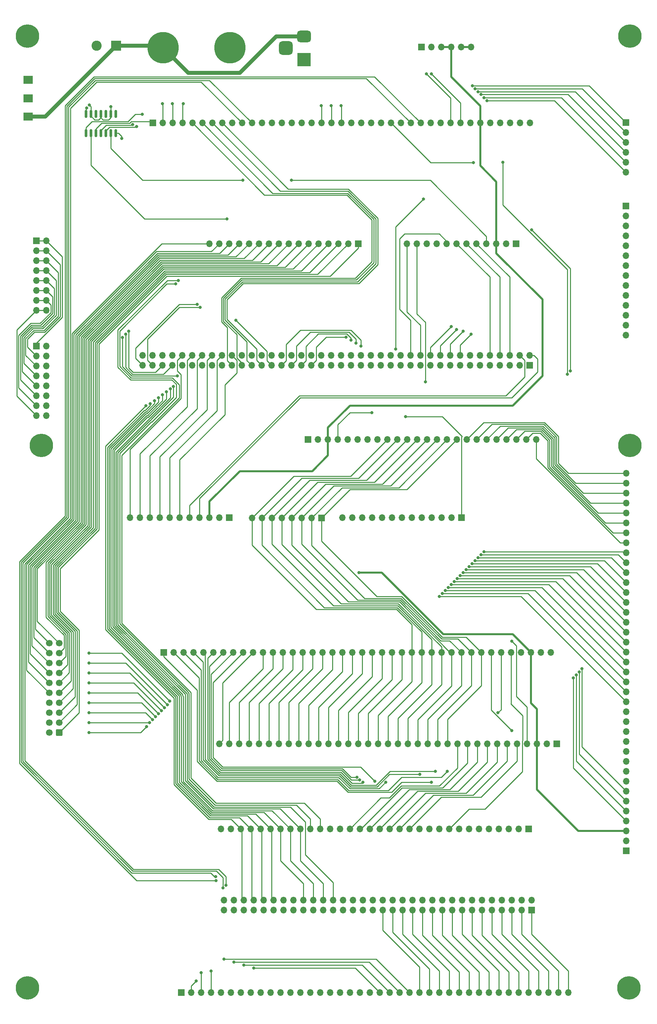
<source format=gbr>
%TF.GenerationSoftware,KiCad,Pcbnew,(6.0.0-0)*%
%TF.CreationDate,2022-10-19T23:06:27-04:00*%
%TF.ProjectId,Backplane-Concept-Vertical,4261636b-706c-4616-9e65-2d436f6e6365,rev?*%
%TF.SameCoordinates,Original*%
%TF.FileFunction,Copper,L1,Top*%
%TF.FilePolarity,Positive*%
%FSLAX46Y46*%
G04 Gerber Fmt 4.6, Leading zero omitted, Abs format (unit mm)*
G04 Created by KiCad (PCBNEW (6.0.0-0)) date 2022-10-19 23:06:27*
%MOMM*%
%LPD*%
G01*
G04 APERTURE LIST*
G04 Aperture macros list*
%AMRoundRect*
0 Rectangle with rounded corners*
0 $1 Rounding radius*
0 $2 $3 $4 $5 $6 $7 $8 $9 X,Y pos of 4 corners*
0 Add a 4 corners polygon primitive as box body*
4,1,4,$2,$3,$4,$5,$6,$7,$8,$9,$2,$3,0*
0 Add four circle primitives for the rounded corners*
1,1,$1+$1,$2,$3*
1,1,$1+$1,$4,$5*
1,1,$1+$1,$6,$7*
1,1,$1+$1,$8,$9*
0 Add four rect primitives between the rounded corners*
20,1,$1+$1,$2,$3,$4,$5,0*
20,1,$1+$1,$4,$5,$6,$7,0*
20,1,$1+$1,$6,$7,$8,$9,0*
20,1,$1+$1,$8,$9,$2,$3,0*%
G04 Aperture macros list end*
%TA.AperFunction,ComponentPad*%
%ADD10R,3.500000X3.500000*%
%TD*%
%TA.AperFunction,ComponentPad*%
%ADD11RoundRect,0.750000X-1.000000X0.750000X-1.000000X-0.750000X1.000000X-0.750000X1.000000X0.750000X0*%
%TD*%
%TA.AperFunction,ComponentPad*%
%ADD12RoundRect,0.875000X-0.875000X0.875000X-0.875000X-0.875000X0.875000X-0.875000X0.875000X0.875000X0*%
%TD*%
%TA.AperFunction,ComponentPad*%
%ADD13RoundRect,0.250000X0.600000X0.600000X-0.600000X0.600000X-0.600000X-0.600000X0.600000X-0.600000X0*%
%TD*%
%TA.AperFunction,ComponentPad*%
%ADD14C,1.700000*%
%TD*%
%TA.AperFunction,ComponentPad*%
%ADD15R,1.700000X1.700000*%
%TD*%
%TA.AperFunction,ComponentPad*%
%ADD16O,1.700000X1.700000*%
%TD*%
%TA.AperFunction,ComponentPad*%
%ADD17C,0.800000*%
%TD*%
%TA.AperFunction,ComponentPad*%
%ADD18C,6.000000*%
%TD*%
%TA.AperFunction,ComponentPad*%
%ADD19C,8.000000*%
%TD*%
%TA.AperFunction,SMDPad,CuDef*%
%ADD20RoundRect,0.150000X0.150000X-0.825000X0.150000X0.825000X-0.150000X0.825000X-0.150000X-0.825000X0*%
%TD*%
%TA.AperFunction,ComponentPad*%
%ADD21R,2.600000X2.600000*%
%TD*%
%TA.AperFunction,ComponentPad*%
%ADD22C,2.600000*%
%TD*%
%TA.AperFunction,ComponentPad*%
%ADD23R,2.400000X2.000000*%
%TD*%
%TA.AperFunction,ViaPad*%
%ADD24C,0.800000*%
%TD*%
%TA.AperFunction,Conductor*%
%ADD25C,1.000000*%
%TD*%
%TA.AperFunction,Conductor*%
%ADD26C,0.250000*%
%TD*%
%TA.AperFunction,Conductor*%
%ADD27C,0.500000*%
%TD*%
G04 APERTURE END LIST*
D10*
%TO.P,J22,1*%
%TO.N,VCC*%
X302455500Y-94440000D03*
D11*
%TO.P,J22,2*%
%TO.N,Net-(J11-Pad1)*%
X302455500Y-88440000D03*
D12*
%TO.P,J22,3*%
%TO.N,N/C*%
X297755500Y-91440000D03*
%TD*%
D13*
%TO.P,J19,1,Pin_1*%
%TO.N,A0*%
X239771500Y-266446000D03*
D14*
%TO.P,J19,2,Pin_2*%
%TO.N,unconnected-(J19-Pad2)*%
X237231500Y-266446000D03*
%TO.P,J19,3,Pin_3*%
%TO.N,A1*%
X239771500Y-263906000D03*
%TO.P,J19,4,Pin_4*%
%TO.N,unconnected-(J19-Pad4)*%
X237231500Y-263906000D03*
%TO.P,J19,5,Pin_5*%
%TO.N,A2*%
X239771500Y-261366000D03*
%TO.P,J19,6,Pin_6*%
%TO.N,unconnected-(J19-Pad6)*%
X237231500Y-261366000D03*
%TO.P,J19,7,Pin_7*%
%TO.N,A3*%
X239771500Y-258826000D03*
%TO.P,J19,8,Pin_8*%
%TO.N,unconnected-(J19-Pad8)*%
X237231500Y-258826000D03*
%TO.P,J19,9,Pin_9*%
%TO.N,A4*%
X239771500Y-256286000D03*
%TO.P,J19,10,Pin_10*%
%TO.N,A15*%
X237231500Y-256286000D03*
%TO.P,J19,11,Pin_11*%
%TO.N,A5*%
X239771500Y-253746000D03*
%TO.P,J19,12,Pin_12*%
%TO.N,A14*%
X237231500Y-253746000D03*
%TO.P,J19,13,Pin_13*%
%TO.N,A6*%
X239771500Y-251206000D03*
%TO.P,J19,14,Pin_14*%
%TO.N,A13*%
X237231500Y-251206000D03*
%TO.P,J19,15,Pin_15*%
%TO.N,A7*%
X239771500Y-248666000D03*
%TO.P,J19,16,Pin_16*%
%TO.N,A12*%
X237231500Y-248666000D03*
%TO.P,J19,17,Pin_17*%
%TO.N,A8*%
X239771500Y-246126000D03*
%TO.P,J19,18,Pin_18*%
%TO.N,A11*%
X237231500Y-246126000D03*
%TO.P,J19,19,Pin_19*%
%TO.N,A9*%
X239771500Y-243586000D03*
%TO.P,J19,20,Pin_20*%
%TO.N,A10*%
X237231500Y-243586000D03*
%TD*%
D15*
%TO.P,J9,1,Pin_1*%
%TO.N,~{FLAGS_OUT}*%
X342782000Y-211504000D03*
D16*
%TO.P,J9,2,Pin_2*%
%TO.N,RESTORE_FLAGS*%
X340242000Y-211504000D03*
%TO.P,J9,3,Pin_3*%
%TO.N,~{FLAGS_IN}*%
X337702000Y-211504000D03*
%TO.P,J9,4,Pin_4*%
%TO.N,unconnected-(J9-Pad4)*%
X335162000Y-211504000D03*
%TO.P,J9,5,Pin_5*%
%TO.N,unconnected-(J9-Pad5)*%
X332622000Y-211504000D03*
%TO.P,J9,6,Pin_6*%
%TO.N,unconnected-(J9-Pad6)*%
X330082000Y-211504000D03*
%TO.P,J9,7,Pin_7*%
%TO.N,unconnected-(J9-Pad7)*%
X327542000Y-211504000D03*
%TO.P,J9,8,Pin_8*%
%TO.N,/JCC_LD_PC_COND*%
X325002000Y-211504000D03*
%TO.P,J9,9,Pin_9*%
%TO.N,~{WR3}*%
X322462000Y-211504000D03*
%TO.P,J9,10,Pin_10*%
%TO.N,JCC_ADR3*%
X319922000Y-211504000D03*
%TO.P,J9,11,Pin_11*%
%TO.N,JCC_ADR2*%
X317382000Y-211504000D03*
%TO.P,J9,12,Pin_12*%
%TO.N,JCC_ADR1*%
X314842000Y-211504000D03*
%TO.P,J9,13,Pin_13*%
%TO.N,JCC_ADR0*%
X312302000Y-211504000D03*
%TD*%
D15*
%TO.P,J2,1,Pin_1*%
%TO.N,VCC*%
X283347000Y-211504000D03*
D16*
%TO.P,J2,2,Pin_2*%
%TO.N,GND*%
X280807000Y-211504000D03*
%TO.P,J2,3,Pin_3*%
%TO.N,CLOCK*%
X278267000Y-211504000D03*
%TO.P,J2,4,Pin_4*%
%TO.N,~{A_IN}*%
X275727000Y-211504000D03*
%TO.P,J2,5,Pin_5*%
%TO.N,~{B_IN}*%
X273187000Y-211504000D03*
%TO.P,J2,6,Pin_6*%
%TO.N,ALU_FUNC_0*%
X270647000Y-211504000D03*
%TO.P,J2,7,Pin_7*%
%TO.N,ALU_FUNC_1*%
X268107000Y-211504000D03*
%TO.P,J2,8,Pin_8*%
%TO.N,ALU_FUNC_2*%
X265567000Y-211504000D03*
%TO.P,J2,9,Pin_9*%
%TO.N,ALU_FUNC_3*%
X263027000Y-211504000D03*
%TO.P,J2,10,Pin_10*%
%TO.N,ALU_FUNC_4*%
X260487000Y-211504000D03*
%TO.P,J2,11,Pin_11*%
%TO.N,ALU_FUNC_5*%
X257947000Y-211504000D03*
%TD*%
D17*
%TO.P,REF\u002A\u002A,1*%
%TO.N,N/C*%
X387416990Y-194630990D03*
X385826000Y-195290000D03*
X388076000Y-193040000D03*
D18*
X385826000Y-193040000D03*
D17*
X384235010Y-191449010D03*
X385826000Y-190790000D03*
X387416990Y-191449010D03*
X384235010Y-194630990D03*
X383576000Y-193040000D03*
%TD*%
D15*
%TO.P,J21,1,Pin_1*%
%TO.N,~{RD5_00}*%
X271018000Y-332912000D03*
D16*
%TO.P,J21,2,Pin_2*%
%TO.N,~{RD5_01}*%
X273558000Y-332912000D03*
%TO.P,J21,3,Pin_3*%
%TO.N,~{RD5_02}*%
X276098000Y-332912000D03*
%TO.P,J21,4,Pin_4*%
%TO.N,~{RD5_03}*%
X278638000Y-332912000D03*
%TO.P,J21,5,Pin_5*%
%TO.N,~{RD6_00}*%
X281178000Y-332912000D03*
%TO.P,J21,6,Pin_6*%
%TO.N,~{RD6_01}*%
X283718000Y-332912000D03*
%TO.P,J21,7,Pin_7*%
%TO.N,~{RD6_02}*%
X286258000Y-332912000D03*
%TO.P,J21,8,Pin_8*%
%TO.N,~{RD6_03}*%
X288798000Y-332912000D03*
%TO.P,J21,9,Pin_9*%
%TO.N,~{RD6_04}*%
X291338000Y-332912000D03*
%TO.P,J21,10,Pin_10*%
%TO.N,~{RD6_05}*%
X293878000Y-332912000D03*
%TO.P,J21,11,Pin_11*%
%TO.N,~{RD6_06}*%
X296418000Y-332912000D03*
%TO.P,J21,12,Pin_12*%
%TO.N,~{RD6_07}*%
X298958000Y-332912000D03*
%TO.P,J21,13,Pin_13*%
%TO.N,~{RD6_08}*%
X301498000Y-332912000D03*
%TO.P,J21,14,Pin_14*%
%TO.N,~{RD6_09}*%
X304038000Y-332912000D03*
%TO.P,J21,15,Pin_15*%
%TO.N,~{RD6_10}*%
X306578000Y-332912000D03*
%TO.P,J21,16,Pin_16*%
%TO.N,~{RD6_11}*%
X309118000Y-332912000D03*
%TO.P,J21,17,Pin_17*%
%TO.N,~{RD6_12}*%
X311658000Y-332912000D03*
%TO.P,J21,18,Pin_18*%
%TO.N,~{RD6_13}*%
X314198000Y-332912000D03*
%TO.P,J21,19,Pin_19*%
%TO.N,~{RD6_14}*%
X316738000Y-332912000D03*
%TO.P,J21,20,Pin_20*%
%TO.N,~{RD6_15}*%
X319278000Y-332912000D03*
%TO.P,J21,21,Pin_21*%
%TO.N,~{WR4_00}*%
X321818000Y-332912000D03*
%TO.P,J21,22,Pin_22*%
%TO.N,~{WR4_01}*%
X324358000Y-332912000D03*
%TO.P,J21,23,Pin_23*%
%TO.N,~{WR4_02}*%
X326898000Y-332912000D03*
%TO.P,J21,24,Pin_24*%
%TO.N,~{WR4_03}*%
X329438000Y-332912000D03*
%TO.P,J21,25,Pin_25*%
%TO.N,~{WR5_00}*%
X331978000Y-332912000D03*
%TO.P,J21,26,Pin_26*%
%TO.N,~{WR5_01}*%
X334518000Y-332912000D03*
%TO.P,J21,27,Pin_27*%
%TO.N,~{WR5_02}*%
X337058000Y-332912000D03*
%TO.P,J21,28,Pin_28*%
%TO.N,~{WR5_03}*%
X339598000Y-332912000D03*
%TO.P,J21,29,Pin_29*%
%TO.N,~{WR5_04}*%
X342138000Y-332912000D03*
%TO.P,J21,30,Pin_30*%
%TO.N,~{WR5_05}*%
X344678000Y-332912000D03*
%TO.P,J21,31,Pin_31*%
%TO.N,~{WR5_06}*%
X347218000Y-332912000D03*
%TO.P,J21,32,Pin_32*%
%TO.N,~{WR5_07}*%
X349758000Y-332912000D03*
%TO.P,J21,33,Pin_33*%
%TO.N,~{WR5_08}*%
X352298000Y-332912000D03*
%TO.P,J21,34,Pin_34*%
%TO.N,~{WR5_09}*%
X354838000Y-332912000D03*
%TO.P,J21,35,Pin_35*%
%TO.N,~{WR5_10}*%
X357378000Y-332912000D03*
%TO.P,J21,36,Pin_36*%
%TO.N,~{WR5_11}*%
X359918000Y-332912000D03*
%TO.P,J21,37,Pin_37*%
%TO.N,~{WR5_12}*%
X362458000Y-332912000D03*
%TO.P,J21,38,Pin_38*%
%TO.N,~{WR5_13}*%
X364998000Y-332912000D03*
%TO.P,J21,39,Pin_39*%
%TO.N,~{WR5_14}*%
X367538000Y-332912000D03*
%TO.P,J21,40,Pin_40*%
%TO.N,~{WR5_15}*%
X370078000Y-332912000D03*
%TD*%
D15*
%TO.P,J5,1,Pin_1*%
%TO.N,BUS0*%
X306951000Y-211595000D03*
D16*
%TO.P,J5,2,Pin_2*%
%TO.N,BUS1*%
X304411000Y-211595000D03*
%TO.P,J5,3,Pin_3*%
%TO.N,BUS2*%
X301871000Y-211595000D03*
%TO.P,J5,4,Pin_4*%
%TO.N,BUS3*%
X299331000Y-211595000D03*
%TO.P,J5,5,Pin_5*%
%TO.N,BUS4*%
X296791000Y-211595000D03*
%TO.P,J5,6,Pin_6*%
%TO.N,BUS5*%
X294251000Y-211595000D03*
%TO.P,J5,7,Pin_7*%
%TO.N,BUS6*%
X291711000Y-211595000D03*
%TO.P,J5,8,Pin_8*%
%TO.N,BUS7*%
X289171000Y-211595000D03*
%TD*%
D18*
%TO.P,REF\u002A\u002A,1*%
%TO.N,N/C*%
X385826000Y-88392000D03*
D17*
X383576000Y-88392000D03*
X388076000Y-88392000D03*
X387416990Y-89982990D03*
X385826000Y-86142000D03*
X384235010Y-89982990D03*
X384235010Y-86801010D03*
X387416990Y-86801010D03*
X385826000Y-90642000D03*
%TD*%
D15*
%TO.P,J17,1,Pin_1*%
%TO.N,BUS0*%
X233934000Y-167640000D03*
D16*
%TO.P,J17,2,Pin_2*%
X236474000Y-167640000D03*
%TO.P,J17,3,Pin_3*%
%TO.N,BUS1*%
X233934000Y-170180000D03*
%TO.P,J17,4,Pin_4*%
X236474000Y-170180000D03*
%TO.P,J17,5,Pin_5*%
%TO.N,BUS2*%
X233934000Y-172720000D03*
%TO.P,J17,6,Pin_6*%
X236474000Y-172720000D03*
%TO.P,J17,7,Pin_7*%
%TO.N,BUS3*%
X233934000Y-175260000D03*
%TO.P,J17,8,Pin_8*%
X236474000Y-175260000D03*
%TO.P,J17,9,Pin_9*%
%TO.N,BUS4*%
X233934000Y-177800000D03*
%TO.P,J17,10,Pin_10*%
X236474000Y-177800000D03*
%TO.P,J17,11,Pin_11*%
%TO.N,BUS5*%
X233934000Y-180340000D03*
%TO.P,J17,12,Pin_12*%
X236474000Y-180340000D03*
%TO.P,J17,13,Pin_13*%
%TO.N,BUS6*%
X233934000Y-182880000D03*
%TO.P,J17,14,Pin_14*%
X236474000Y-182880000D03*
%TO.P,J17,15,Pin_15*%
%TO.N,BUS7*%
X233934000Y-185420000D03*
%TO.P,J17,16,Pin_16*%
X236474000Y-185420000D03*
%TD*%
D15*
%TO.P,J7,1,Pin_1*%
%TO.N,VCC*%
X367114000Y-269313000D03*
D16*
%TO.P,J7,2,Pin_2*%
%TO.N,GND*%
X364574000Y-269313000D03*
%TO.P,J7,3,Pin_3*%
%TO.N,CLOCK*%
X362034000Y-269313000D03*
%TO.P,J7,4,Pin_4*%
%TO.N,~{RESET_CONTROL}*%
X359494000Y-269313000D03*
%TO.P,J7,5,Pin_5*%
%TO.N,GPR6*%
X356954000Y-269313000D03*
%TO.P,J7,6,Pin_6*%
%TO.N,GPR5*%
X354414000Y-269313000D03*
%TO.P,J7,7,Pin_7*%
%TO.N,GPR4*%
X351874000Y-269313000D03*
%TO.P,J7,8,Pin_8*%
%TO.N,GPR3*%
X349334000Y-269313000D03*
%TO.P,J7,9,Pin_9*%
%TO.N,GPR2*%
X346794000Y-269313000D03*
%TO.P,J7,10,Pin_10*%
%TO.N,GPR1*%
X344254000Y-269313000D03*
%TO.P,J7,11,Pin_11*%
%TO.N,GPR0*%
X341714000Y-269313000D03*
%TO.P,J7,12,Pin_12*%
%TO.N,BUS0*%
X339174000Y-269313000D03*
%TO.P,J7,13,Pin_13*%
%TO.N,BUS1*%
X336634000Y-269313000D03*
%TO.P,J7,14,Pin_14*%
%TO.N,BUS2*%
X334094000Y-269313000D03*
%TO.P,J7,15,Pin_15*%
%TO.N,BUS3*%
X331554000Y-269313000D03*
%TO.P,J7,16,Pin_16*%
%TO.N,BUS4*%
X329014000Y-269313000D03*
%TO.P,J7,17,Pin_17*%
%TO.N,BUS5*%
X326474000Y-269313000D03*
%TO.P,J7,18,Pin_18*%
%TO.N,BUS6*%
X323934000Y-269313000D03*
%TO.P,J7,19,Pin_19*%
%TO.N,BUS7*%
X321394000Y-269313000D03*
%TO.P,J7,20,Pin_20*%
%TO.N,A0*%
X318854000Y-269313000D03*
%TO.P,J7,21,Pin_21*%
%TO.N,A1*%
X316314000Y-269313000D03*
%TO.P,J7,22,Pin_22*%
%TO.N,A2*%
X313774000Y-269313000D03*
%TO.P,J7,23,Pin_23*%
%TO.N,A3*%
X311234000Y-269313000D03*
%TO.P,J7,24,Pin_24*%
%TO.N,A4*%
X308694000Y-269313000D03*
%TO.P,J7,25,Pin_25*%
%TO.N,A5*%
X306154000Y-269313000D03*
%TO.P,J7,26,Pin_26*%
%TO.N,A6*%
X303614000Y-269313000D03*
%TO.P,J7,27,Pin_27*%
%TO.N,A7*%
X301074000Y-269313000D03*
%TO.P,J7,28,Pin_28*%
%TO.N,A8*%
X298534000Y-269313000D03*
%TO.P,J7,29,Pin_29*%
%TO.N,A9*%
X295994000Y-269313000D03*
%TO.P,J7,30,Pin_30*%
%TO.N,A10*%
X293454000Y-269313000D03*
%TO.P,J7,31,Pin_31*%
%TO.N,A11*%
X290914000Y-269313000D03*
%TO.P,J7,32,Pin_32*%
%TO.N,A12*%
X288374000Y-269313000D03*
%TO.P,J7,33,Pin_33*%
%TO.N,A13*%
X285834000Y-269313000D03*
%TO.P,J7,34,Pin_34*%
%TO.N,A14*%
X283294000Y-269313000D03*
%TO.P,J7,35,Pin_35*%
%TO.N,A15*%
X280754000Y-269313000D03*
%TD*%
D19*
%TO.P,J12,1,Pin_1*%
%TO.N,VCC*%
X283464000Y-91376000D03*
%TD*%
%TO.P,J11,1,Pin_1*%
%TO.N,Net-(J11-Pad1)*%
X266378000Y-91376000D03*
%TD*%
D15*
%TO.P,J14,1,Pin_1*%
%TO.N,~{RD4_15}*%
X384810000Y-131826000D03*
D16*
%TO.P,J14,2,Pin_2*%
%TO.N,~{RD4_14}*%
X384810000Y-134366000D03*
%TO.P,J14,3,Pin_3*%
%TO.N,~{RD4_13}*%
X384810000Y-136906000D03*
%TO.P,J14,4,Pin_4*%
%TO.N,~{RD4_12}*%
X384810000Y-139446000D03*
%TO.P,J14,5,Pin_5*%
%TO.N,~{RD4_11}*%
X384810000Y-141986000D03*
%TO.P,J14,6,Pin_6*%
%TO.N,~{RD4_10}*%
X384810000Y-144526000D03*
%TO.P,J14,7,Pin_7*%
%TO.N,~{RD4_9}*%
X384810000Y-147066000D03*
%TO.P,J14,8,Pin_8*%
%TO.N,~{RD4_8}*%
X384810000Y-149606000D03*
%TO.P,J14,9,Pin_9*%
%TO.N,~{RD4_7}*%
X384810000Y-152146000D03*
%TO.P,J14,10,Pin_10*%
%TO.N,~{RD4_6}*%
X384810000Y-154686000D03*
%TO.P,J14,11,Pin_11*%
%TO.N,~{WR2_15}*%
X384810000Y-157226000D03*
%TO.P,J14,12,Pin_12*%
%TO.N,~{WR2_14}*%
X384810000Y-159766000D03*
%TO.P,J14,13,Pin_13*%
%TO.N,~{WR2_13}*%
X384810000Y-162306000D03*
%TO.P,J14,14,Pin_14*%
%TO.N,~{WR2_12}*%
X384810000Y-164846000D03*
%TD*%
D17*
%TO.P,REF\u002A\u002A,1*%
%TO.N,N/C*%
X383322000Y-331724000D03*
X385572000Y-333974000D03*
D18*
X385572000Y-331724000D03*
D17*
X383981010Y-333314990D03*
X385572000Y-329474000D03*
X387822000Y-331724000D03*
X387162990Y-330133010D03*
X387162990Y-333314990D03*
X383981010Y-330133010D03*
%TD*%
D20*
%TO.P,U1,1*%
%TO.N,\u03BCB7*%
X246634000Y-113219000D03*
%TO.P,U1,2*%
%TO.N,~{PC_INC}*%
X247904000Y-113219000D03*
%TO.P,U1,3*%
%TO.N,\u03BCA7*%
X249174000Y-113219000D03*
%TO.P,U1,4*%
%TO.N,~{RESET_STEP}*%
X250444000Y-113219000D03*
%TO.P,U1,5*%
%TO.N,~{RESET_CONTROL}*%
X251714000Y-113219000D03*
%TO.P,U1,6*%
%TO.N,RESET_CONTROL*%
X252984000Y-113219000D03*
%TO.P,U1,7,GND*%
%TO.N,GND*%
X254254000Y-113219000D03*
%TO.P,U1,8*%
%TO.N,unconnected-(U1-Pad8)*%
X254254000Y-108269000D03*
%TO.P,U1,9*%
%TO.N,GND*%
X252984000Y-108269000D03*
%TO.P,U1,10*%
%TO.N,unconnected-(U1-Pad10)*%
X251714000Y-108269000D03*
%TO.P,U1,11*%
%TO.N,GND*%
X250444000Y-108269000D03*
%TO.P,U1,12*%
%TO.N,unconnected-(U1-Pad12)*%
X249174000Y-108269000D03*
%TO.P,U1,13*%
%TO.N,GND*%
X247904000Y-108269000D03*
%TO.P,U1,14,VCC*%
%TO.N,VCC*%
X246634000Y-108269000D03*
%TD*%
D15*
%TO.P,J8,1,Pin_1*%
%TO.N,A0*%
X316298000Y-141489000D03*
D16*
%TO.P,J8,2,Pin_2*%
%TO.N,A1*%
X313758000Y-141489000D03*
%TO.P,J8,3,Pin_3*%
%TO.N,A2*%
X311218000Y-141489000D03*
%TO.P,J8,4,Pin_4*%
%TO.N,A3*%
X308678000Y-141489000D03*
%TO.P,J8,5,Pin_5*%
%TO.N,A4*%
X306138000Y-141489000D03*
%TO.P,J8,6,Pin_6*%
%TO.N,A5*%
X303598000Y-141489000D03*
%TO.P,J8,7,Pin_7*%
%TO.N,A6*%
X301058000Y-141489000D03*
%TO.P,J8,8,Pin_8*%
%TO.N,A7*%
X298518000Y-141489000D03*
%TO.P,J8,9,Pin_9*%
%TO.N,A8*%
X295978000Y-141489000D03*
%TO.P,J8,10,Pin_10*%
%TO.N,A9*%
X293438000Y-141489000D03*
%TO.P,J8,11,Pin_11*%
%TO.N,A10*%
X290898000Y-141489000D03*
%TO.P,J8,12,Pin_12*%
%TO.N,A11*%
X288358000Y-141489000D03*
%TO.P,J8,13,Pin_13*%
%TO.N,A12*%
X285818000Y-141489000D03*
%TO.P,J8,14,Pin_14*%
%TO.N,A13*%
X283278000Y-141489000D03*
%TO.P,J8,15,Pin_15*%
%TO.N,A14*%
X280738000Y-141489000D03*
%TO.P,J8,16,Pin_16*%
%TO.N,A15*%
X278198000Y-141489000D03*
%TD*%
D15*
%TO.P,J15,1,Pin_1*%
%TO.N,\u03BCA7*%
X263720000Y-110620000D03*
D16*
%TO.P,J15,2,Pin_2*%
%TO.N,/\u03BCA6*%
X266260000Y-110620000D03*
%TO.P,J15,3,Pin_3*%
%TO.N,/\u03BCA5*%
X268800000Y-110620000D03*
%TO.P,J15,4,Pin_4*%
%TO.N,/\u03BCA4*%
X271340000Y-110620000D03*
%TO.P,J15,5,Pin_5*%
%TO.N,\u03BCRD3*%
X273880000Y-110620000D03*
%TO.P,J15,6,Pin_6*%
%TO.N,\u03BCRD2*%
X276420000Y-110620000D03*
%TO.P,J15,7,Pin_7*%
%TO.N,\u03BCRD1*%
X278960000Y-110620000D03*
%TO.P,J15,8,Pin_8*%
%TO.N,\u03BCRD0*%
X281500000Y-110620000D03*
%TO.P,J15,9,Pin_9*%
%TO.N,unconnected-(J15-Pad9)*%
X284040000Y-110620000D03*
%TO.P,J15,10,Pin_10*%
%TO.N,~{RD6}*%
X286580000Y-110620000D03*
%TO.P,J15,11,Pin_11*%
%TO.N,~{RD5}*%
X289120000Y-110620000D03*
%TO.P,J15,12,Pin_12*%
%TO.N,~{RD4}*%
X291660000Y-110620000D03*
%TO.P,J15,13,Pin_13*%
%TO.N,~{RD3}*%
X294200000Y-110620000D03*
%TO.P,J15,14,Pin_14*%
%TO.N,~{RD2}*%
X296740000Y-110620000D03*
%TO.P,J15,15,Pin_15*%
%TO.N,~{RD1}*%
X299280000Y-110620000D03*
%TO.P,J15,16,Pin_16*%
%TO.N,~{RD0}*%
X301820000Y-110620000D03*
%TO.P,J15,17,Pin_17*%
%TO.N,\u03BCB7*%
X304360000Y-110620000D03*
%TO.P,J15,18,Pin_18*%
%TO.N,/\u03BCB6*%
X306900000Y-110620000D03*
%TO.P,J15,19,Pin_19*%
%TO.N,/\u03BCB5*%
X309440000Y-110620000D03*
%TO.P,J15,20,Pin_20*%
%TO.N,/\u03BCB4*%
X311980000Y-110620000D03*
%TO.P,J15,21,Pin_21*%
%TO.N,\u03BCWR3*%
X314520000Y-110620000D03*
%TO.P,J15,22,Pin_22*%
%TO.N,\u03BCWR2*%
X317060000Y-110620000D03*
%TO.P,J15,23,Pin_23*%
%TO.N,\u03BCWR1*%
X319600000Y-110620000D03*
%TO.P,J15,24,Pin_24*%
%TO.N,\u03BCWR0*%
X322140000Y-110620000D03*
%TO.P,J15,25,Pin_25*%
%TO.N,~{RESET_CONTROL}*%
X324680000Y-110620000D03*
%TO.P,J15,26,Pin_26*%
%TO.N,unconnected-(J15-Pad26)*%
X327220000Y-110620000D03*
%TO.P,J15,27,Pin_27*%
%TO.N,~{WR5}*%
X329760000Y-110620000D03*
%TO.P,J15,28,Pin_28*%
%TO.N,~{WR4}*%
X332300000Y-110620000D03*
%TO.P,J15,29,Pin_29*%
%TO.N,~{WR3}*%
X334840000Y-110620000D03*
%TO.P,J15,30,Pin_30*%
%TO.N,~{WR2}*%
X337380000Y-110620000D03*
%TO.P,J15,31,Pin_31*%
%TO.N,~{WR1}*%
X339920000Y-110620000D03*
%TO.P,J15,32,Pin_32*%
%TO.N,~{WR0}*%
X342460000Y-110620000D03*
%TO.P,J15,33,Pin_33*%
%TO.N,unconnected-(J15-Pad33)*%
X345000000Y-110620000D03*
%TO.P,J15,34,Pin_34*%
%TO.N,CLOCK*%
X347540000Y-110620000D03*
%TO.P,J15,35,Pin_35*%
%TO.N,~{LD_IR}*%
X350080000Y-110620000D03*
%TO.P,J15,36,Pin_36*%
%TO.N,~{INT_REQUEST}*%
X352620000Y-110620000D03*
%TO.P,J15,37,Pin_37*%
%TO.N,~{RESET_STEP}*%
X355160000Y-110620000D03*
%TO.P,J15,38,Pin_38*%
%TO.N,GND*%
X357700000Y-110620000D03*
%TO.P,J15,39,Pin_39*%
%TO.N,VCC*%
X360240000Y-110620000D03*
%TD*%
D21*
%TO.P,J13,1,Pin_1*%
%TO.N,Net-(J11-Pad1)*%
X254400000Y-90817000D03*
D22*
%TO.P,J13,2,Pin_2*%
%TO.N,VCC*%
X249400000Y-90817000D03*
%TD*%
D15*
%TO.P,J16,1,Pin_1*%
%TO.N,VCC*%
X384914000Y-296672000D03*
D16*
%TO.P,J16,2,Pin_2*%
%TO.N,GND*%
X384914000Y-294132000D03*
%TO.P,J16,3,Pin_3*%
%TO.N,CLOCK*%
X384914000Y-291592000D03*
%TO.P,J16,4,Pin_4*%
%TO.N,~{IO_MEM_REQUEST}*%
X384914000Y-289052000D03*
%TO.P,J16,5,Pin_5*%
%TO.N,~{IO_REQUEST}*%
X384914000Y-286512000D03*
%TO.P,J16,6,Pin_6*%
%TO.N,~{IO_WRITE}*%
X384914000Y-283972000D03*
%TO.P,J16,7,Pin_7*%
%TO.N,~{IO_READ}*%
X384914000Y-281432000D03*
%TO.P,J16,8,Pin_8*%
%TO.N,BUS7*%
X384914000Y-278892000D03*
%TO.P,J16,9,Pin_9*%
%TO.N,BUS6*%
X384914000Y-276352000D03*
%TO.P,J16,10,Pin_10*%
%TO.N,BUS5*%
X384914000Y-273812000D03*
%TO.P,J16,11,Pin_11*%
%TO.N,BUS4*%
X384914000Y-271272000D03*
%TO.P,J16,12,Pin_12*%
%TO.N,BUS3*%
X384914000Y-268732000D03*
%TO.P,J16,13,Pin_13*%
%TO.N,BUS2*%
X384914000Y-266192000D03*
%TO.P,J16,14,Pin_14*%
%TO.N,BUS1*%
X384914000Y-263652000D03*
%TO.P,J16,15,Pin_15*%
%TO.N,BUS0*%
X384914000Y-261112000D03*
%TO.P,J16,16,Pin_16*%
%TO.N,A15*%
X384914000Y-258572000D03*
%TO.P,J16,17,Pin_17*%
%TO.N,A14*%
X384914000Y-256032000D03*
%TO.P,J16,18,Pin_18*%
%TO.N,A13*%
X384914000Y-253492000D03*
%TO.P,J16,19,Pin_19*%
%TO.N,A12*%
X384914000Y-250952000D03*
%TO.P,J16,20,Pin_20*%
%TO.N,A11*%
X384914000Y-248412000D03*
%TO.P,J16,21,Pin_21*%
%TO.N,A10*%
X384914000Y-245872000D03*
%TO.P,J16,22,Pin_22*%
%TO.N,A9*%
X384914000Y-243332000D03*
%TO.P,J16,23,Pin_23*%
%TO.N,A8*%
X384914000Y-240792000D03*
%TO.P,J16,24,Pin_24*%
%TO.N,A7*%
X384914000Y-238252000D03*
%TO.P,J16,25,Pin_25*%
%TO.N,A6*%
X384914000Y-235712000D03*
%TO.P,J16,26,Pin_26*%
%TO.N,A5*%
X384914000Y-233172000D03*
%TO.P,J16,27,Pin_27*%
%TO.N,A4*%
X384914000Y-230632000D03*
%TO.P,J16,28,Pin_28*%
%TO.N,A3*%
X384914000Y-228092000D03*
%TO.P,J16,29,Pin_29*%
%TO.N,A2*%
X384914000Y-225552000D03*
%TO.P,J16,30,Pin_30*%
%TO.N,A1*%
X384914000Y-223012000D03*
%TO.P,J16,31,Pin_31*%
%TO.N,A0*%
X384914000Y-220472000D03*
%TO.P,J16,32,Pin_32*%
%TO.N,~{IRQ0}*%
X384914000Y-217932000D03*
%TO.P,J16,33,Pin_33*%
%TO.N,~{IRQ1}*%
X384914000Y-215392000D03*
%TO.P,J16,34,Pin_34*%
%TO.N,~{IRQ2}*%
X384914000Y-212852000D03*
%TO.P,J16,35,Pin_35*%
%TO.N,~{IRQ3}*%
X384914000Y-210312000D03*
%TO.P,J16,36,Pin_36*%
%TO.N,~{IRQ4}*%
X384914000Y-207772000D03*
%TO.P,J16,37,Pin_37*%
%TO.N,~{IRQ5}*%
X384914000Y-205232000D03*
%TO.P,J16,38,Pin_38*%
%TO.N,~{IRQ6}*%
X384914000Y-202692000D03*
%TO.P,J16,39,Pin_39*%
%TO.N,~{IRQ7}*%
X384914000Y-200152000D03*
%TD*%
D15*
%TO.P,J6,1,Pin_1*%
%TO.N,~{STACK_SEG_OUT}*%
X266530000Y-245973000D03*
D16*
%TO.P,J6,2,Pin_2*%
%TO.N,~{STACK_SEG_EN}*%
X269070000Y-245973000D03*
%TO.P,J6,3,Pin_3*%
%TO.N,~{STACK_SEG_IN}*%
X271610000Y-245973000D03*
%TO.P,J6,4,Pin_4*%
%TO.N,~{DATA_SEG_OUT}*%
X274150000Y-245973000D03*
%TO.P,J6,5,Pin_5*%
%TO.N,~{DATA_SEG_EN}*%
X276690000Y-245973000D03*
%TO.P,J6,6,Pin_6*%
%TO.N,~{DATA_SEG_IN}*%
X279230000Y-245973000D03*
%TO.P,J6,7,Pin_7*%
%TO.N,~{CODE_SEG_OUT}*%
X281770000Y-245973000D03*
%TO.P,J6,8,Pin_8*%
%TO.N,~{CODE_SEG_EN}*%
X284310000Y-245973000D03*
%TO.P,J6,9,Pin_9*%
%TO.N,~{CODE_SEG_IN}*%
X286850000Y-245973000D03*
%TO.P,J6,10,Pin_10*%
%TO.N,A15*%
X289390000Y-245973000D03*
%TO.P,J6,11,Pin_11*%
%TO.N,A14*%
X291930000Y-245973000D03*
%TO.P,J6,12,Pin_12*%
%TO.N,A13*%
X294470000Y-245973000D03*
%TO.P,J6,13,Pin_13*%
%TO.N,A12*%
X297010000Y-245973000D03*
%TO.P,J6,14,Pin_14*%
%TO.N,A11*%
X299550000Y-245973000D03*
%TO.P,J6,15,Pin_15*%
%TO.N,A10*%
X302090000Y-245973000D03*
%TO.P,J6,16,Pin_16*%
%TO.N,A9*%
X304630000Y-245973000D03*
%TO.P,J6,17,Pin_17*%
%TO.N,A8*%
X307170000Y-245973000D03*
%TO.P,J6,18,Pin_18*%
%TO.N,A7*%
X309710000Y-245973000D03*
%TO.P,J6,19,Pin_19*%
%TO.N,A6*%
X312250000Y-245973000D03*
%TO.P,J6,20,Pin_20*%
%TO.N,A5*%
X314790000Y-245973000D03*
%TO.P,J6,21,Pin_21*%
%TO.N,A4*%
X317330000Y-245973000D03*
%TO.P,J6,22,Pin_22*%
%TO.N,A3*%
X319870000Y-245973000D03*
%TO.P,J6,23,Pin_23*%
%TO.N,A2*%
X322410000Y-245973000D03*
%TO.P,J6,24,Pin_24*%
%TO.N,A1*%
X324950000Y-245973000D03*
%TO.P,J6,25,Pin_25*%
%TO.N,A0*%
X327490000Y-245973000D03*
%TO.P,J6,26,Pin_26*%
%TO.N,BUS7*%
X330030000Y-245973000D03*
%TO.P,J6,27,Pin_27*%
%TO.N,BUS6*%
X332570000Y-245973000D03*
%TO.P,J6,28,Pin_28*%
%TO.N,BUS5*%
X335110000Y-245973000D03*
%TO.P,J6,29,Pin_29*%
%TO.N,BUS4*%
X337650000Y-245973000D03*
%TO.P,J6,30,Pin_30*%
%TO.N,BUS3*%
X340190000Y-245973000D03*
%TO.P,J6,31,Pin_31*%
%TO.N,BUS2*%
X342730000Y-245973000D03*
%TO.P,J6,32,Pin_32*%
%TO.N,BUS1*%
X345270000Y-245973000D03*
%TO.P,J6,33,Pin_33*%
%TO.N,BUS0*%
X347810000Y-245973000D03*
%TO.P,J6,34,Pin_34*%
%TO.N,~{MEM_WRITE}*%
X350350000Y-245973000D03*
%TO.P,J6,35,Pin_35*%
%TO.N,~{MEM_READ}*%
X352890000Y-245973000D03*
%TO.P,J6,36,Pin_36*%
%TO.N,~{MEM_LATCH_MAR}*%
X355430000Y-245973000D03*
%TO.P,J6,37,Pin_37*%
%TO.N,RESET_CONTROL*%
X357970000Y-245973000D03*
%TO.P,J6,38,Pin_38*%
%TO.N,CLOCK*%
X360510000Y-245973000D03*
%TO.P,J6,39,Pin_39*%
%TO.N,GND*%
X363050000Y-245973000D03*
%TO.P,J6,40,Pin_40*%
%TO.N,VCC*%
X365590000Y-245973000D03*
%TD*%
D23*
%TO.P,SW1,1,A*%
%TO.N,unconnected-(SW1-Pad1)*%
X231871000Y-99605000D03*
%TO.P,SW1,2,B*%
%TO.N,GND*%
X231871000Y-104304000D03*
%TO.P,SW1,3,C*%
%TO.N,Net-(J11-Pad1)*%
X231871000Y-109003000D03*
%TD*%
D15*
%TO.P,J1,1,Pin_1*%
%TO.N,VCC*%
X360172000Y-172583000D03*
D16*
%TO.P,J1,2,Pin_2*%
%TO.N,~{A_IN}*%
X360172000Y-170043000D03*
%TO.P,J1,3,Pin_3*%
%TO.N,GND*%
X357632000Y-172583000D03*
%TO.P,J1,4,Pin_4*%
%TO.N,~{B_IN}*%
X357632000Y-170043000D03*
%TO.P,J1,5,Pin_5*%
%TO.N,unconnected-(J1-Pad5)*%
X355092000Y-172583000D03*
%TO.P,J1,6,Pin_6*%
%TO.N,~{SP_DEC}*%
X355092000Y-170043000D03*
%TO.P,J1,7,Pin_7*%
%TO.N,unconnected-(J1-Pad7)*%
X352552000Y-172583000D03*
%TO.P,J1,8,Pin_8*%
%TO.N,~{SP_INC}*%
X352552000Y-170043000D03*
%TO.P,J1,9,Pin_9*%
%TO.N,unconnected-(J1-Pad9)*%
X350012000Y-172583000D03*
%TO.P,J1,10,Pin_10*%
%TO.N,~{SP_LOAD}*%
X350012000Y-170043000D03*
%TO.P,J1,11,Pin_11*%
%TO.N,unconnected-(J1-Pad11)*%
X347472000Y-172583000D03*
%TO.P,J1,12,Pin_12*%
%TO.N,RESTORE_FLAGS*%
X347472000Y-170043000D03*
%TO.P,J1,13,Pin_13*%
%TO.N,unconnected-(J1-Pad13)*%
X344932000Y-172583000D03*
%TO.P,J1,14,Pin_14*%
%TO.N,~{FLAGS_IN}*%
X344932000Y-170043000D03*
%TO.P,J1,15,Pin_15*%
%TO.N,unconnected-(J1-Pad15)*%
X342392000Y-172583000D03*
%TO.P,J1,16,Pin_16*%
%TO.N,~{WR2_12}*%
X342392000Y-170043000D03*
%TO.P,J1,17,Pin_17*%
%TO.N,unconnected-(J1-Pad17)*%
X339852000Y-172583000D03*
%TO.P,J1,18,Pin_18*%
%TO.N,~{WR2_13}*%
X339852000Y-170043000D03*
%TO.P,J1,19,Pin_19*%
%TO.N,unconnected-(J1-Pad19)*%
X337312000Y-172583000D03*
%TO.P,J1,20,Pin_20*%
%TO.N,~{WR2_14}*%
X337312000Y-170043000D03*
%TO.P,J1,21,Pin_21*%
%TO.N,unconnected-(J1-Pad21)*%
X334772000Y-172583000D03*
%TO.P,J1,22,Pin_22*%
%TO.N,~{WR2_15}*%
X334772000Y-170043000D03*
%TO.P,J1,23,Pin_23*%
%TO.N,unconnected-(J1-Pad23)*%
X332232000Y-172583000D03*
%TO.P,J1,24,Pin_24*%
%TO.N,~{PC_OUT}*%
X332232000Y-170043000D03*
%TO.P,J1,25,Pin_25*%
%TO.N,unconnected-(J1-Pad25)*%
X329692000Y-172583000D03*
%TO.P,J1,26,Pin_26*%
%TO.N,~{SP_OUT}*%
X329692000Y-170043000D03*
%TO.P,J1,27,Pin_27*%
%TO.N,unconnected-(J1-Pad27)*%
X327152000Y-172583000D03*
%TO.P,J1,28,Pin_28*%
%TO.N,~{FLAGS_OUT}*%
X327152000Y-170043000D03*
%TO.P,J1,29,Pin_29*%
%TO.N,unconnected-(J1-Pad29)*%
X324612000Y-172583000D03*
%TO.P,J1,30,Pin_30*%
%TO.N,~{INT_HNDLR_EN}*%
X324612000Y-170043000D03*
%TO.P,J1,31,Pin_31*%
%TO.N,unconnected-(J1-Pad31)*%
X322072000Y-172583000D03*
%TO.P,J1,32,Pin_32*%
%TO.N,~{INT_HNDLR_READ}*%
X322072000Y-170043000D03*
%TO.P,J1,33,Pin_33*%
%TO.N,unconnected-(J1-Pad33)*%
X319532000Y-172583000D03*
%TO.P,J1,34,Pin_34*%
%TO.N,~{INT_HNDLR_WRITE}*%
X319532000Y-170043000D03*
%TO.P,J1,35,Pin_35*%
%TO.N,unconnected-(J1-Pad35)*%
X316992000Y-172583000D03*
%TO.P,J1,36,Pin_36*%
%TO.N,INT_HNDLR_REG_SEL*%
X316992000Y-170043000D03*
%TO.P,J1,37,Pin_37*%
%TO.N,unconnected-(J1-Pad37)*%
X314452000Y-172583000D03*
%TO.P,J1,38,Pin_38*%
%TO.N,unconnected-(J1-Pad38)*%
X314452000Y-170043000D03*
%TO.P,J1,39,Pin_39*%
%TO.N,unconnected-(J1-Pad39)*%
X311912000Y-172583000D03*
%TO.P,J1,40,Pin_40*%
%TO.N,unconnected-(J1-Pad40)*%
X311912000Y-170043000D03*
%TO.P,J1,41,Pin_41*%
%TO.N,unconnected-(J1-Pad41)*%
X309372000Y-172583000D03*
%TO.P,J1,42,Pin_42*%
%TO.N,~{RD4_6}*%
X309372000Y-170043000D03*
%TO.P,J1,43,Pin_43*%
%TO.N,unconnected-(J1-Pad43)*%
X306832000Y-172583000D03*
%TO.P,J1,44,Pin_44*%
%TO.N,~{RD4_7}*%
X306832000Y-170043000D03*
%TO.P,J1,45,Pin_45*%
%TO.N,~{IO_READ}*%
X304292000Y-172583000D03*
%TO.P,J1,46,Pin_46*%
%TO.N,~{RD4_8}*%
X304292000Y-170043000D03*
%TO.P,J1,47,Pin_47*%
%TO.N,~{IO_WRITE}*%
X301752000Y-172583000D03*
%TO.P,J1,48,Pin_48*%
%TO.N,~{RD4_9}*%
X301752000Y-170043000D03*
%TO.P,J1,49,Pin_49*%
%TO.N,~{IO_REQUEST}*%
X299212000Y-172583000D03*
%TO.P,J1,50,Pin_50*%
%TO.N,~{RD4_10}*%
X299212000Y-170043000D03*
%TO.P,J1,51,Pin_51*%
%TO.N,~{IO_MEM_REQUEST}*%
X296672000Y-172583000D03*
%TO.P,J1,52,Pin_52*%
%TO.N,~{RD4_11}*%
X296672000Y-170043000D03*
%TO.P,J1,53,Pin_53*%
%TO.N,~{LD_IR}*%
X294132000Y-172583000D03*
%TO.P,J1,54,Pin_54*%
%TO.N,~{RD4_12}*%
X294132000Y-170043000D03*
%TO.P,J1,55,Pin_55*%
%TO.N,\u03BCRD0*%
X291592000Y-172583000D03*
%TO.P,J1,56,Pin_56*%
%TO.N,~{RD4_13}*%
X291592000Y-170043000D03*
%TO.P,J1,57,Pin_57*%
%TO.N,\u03BCRD1*%
X289052000Y-172583000D03*
%TO.P,J1,58,Pin_58*%
%TO.N,~{RD4_14}*%
X289052000Y-170043000D03*
%TO.P,J1,59,Pin_59*%
%TO.N,\u03BCRD2*%
X286512000Y-172583000D03*
%TO.P,J1,60,Pin_60*%
%TO.N,~{RD4_15}*%
X286512000Y-170043000D03*
%TO.P,J1,61,Pin_61*%
%TO.N,\u03BCRD3*%
X283972000Y-172583000D03*
%TO.P,J1,62,Pin_62*%
%TO.N,ALU_FUNC_0*%
X283972000Y-170043000D03*
%TO.P,J1,63,Pin_63*%
%TO.N,\u03BCWR0*%
X281432000Y-172583000D03*
%TO.P,J1,64,Pin_64*%
%TO.N,ALU_FUNC_1*%
X281432000Y-170043000D03*
%TO.P,J1,65,Pin_65*%
%TO.N,\u03BCWR1*%
X278892000Y-172583000D03*
%TO.P,J1,66,Pin_66*%
%TO.N,ALU_FUNC_2*%
X278892000Y-170043000D03*
%TO.P,J1,67,Pin_67*%
%TO.N,\u03BCWR2*%
X276352000Y-172583000D03*
%TO.P,J1,68,Pin_68*%
%TO.N,ALU_FUNC_3*%
X276352000Y-170043000D03*
%TO.P,J1,69,Pin_69*%
%TO.N,\u03BCWR3*%
X273812000Y-172583000D03*
%TO.P,J1,70,Pin_70*%
%TO.N,ALU_FUNC_4*%
X273812000Y-170043000D03*
%TO.P,J1,71,Pin_71*%
%TO.N,~{RD2}*%
X271272000Y-172583000D03*
%TO.P,J1,72,Pin_72*%
%TO.N,ALU_FUNC_5*%
X271272000Y-170043000D03*
%TO.P,J1,73,Pin_73*%
%TO.N,~{RD3}*%
X268732000Y-172583000D03*
%TO.P,J1,74,Pin_74*%
%TO.N,JCC_ADR0*%
X268732000Y-170043000D03*
%TO.P,J1,75,Pin_75*%
%TO.N,~{RD4}*%
X266192000Y-172583000D03*
%TO.P,J1,76,Pin_76*%
%TO.N,JCC_ADR1*%
X266192000Y-170043000D03*
%TO.P,J1,77,Pin_77*%
%TO.N,~{WR2}*%
X263652000Y-172583000D03*
%TO.P,J1,78,Pin_78*%
%TO.N,JCC_ADR2*%
X263652000Y-170043000D03*
%TO.P,J1,79,Pin_79*%
%TO.N,~{WR3}*%
X261112000Y-172583000D03*
%TO.P,J1,80,Pin_80*%
%TO.N,JCC_ADR3*%
X261112000Y-170043000D03*
%TD*%
D15*
%TO.P,J18,1,Pin_1*%
%TO.N,~{MEM_WRITE}*%
X359918000Y-291084000D03*
D16*
%TO.P,J18,2,Pin_2*%
%TO.N,~{MEM_READ}*%
X357378000Y-291084000D03*
%TO.P,J18,3,Pin_3*%
%TO.N,~{STACK_SEG_EN}*%
X354838000Y-291084000D03*
%TO.P,J18,4,Pin_4*%
%TO.N,~{DATA_SEG_EN}*%
X352298000Y-291084000D03*
%TO.P,J18,5,Pin_5*%
%TO.N,~{CODE_SEG_EN}*%
X349758000Y-291084000D03*
%TO.P,J18,6,Pin_6*%
%TO.N,~{STACK_SEG_OUT}*%
X347218000Y-291084000D03*
%TO.P,J18,7,Pin_7*%
%TO.N,~{DATA_SEG_OUT}*%
X344678000Y-291084000D03*
%TO.P,J18,8,Pin_8*%
%TO.N,~{CODE_SEG_OUT}*%
X342138000Y-291084000D03*
%TO.P,J18,9,Pin_9*%
%TO.N,~{MEM_LATCH_MAR}*%
X339598000Y-291084000D03*
%TO.P,J18,10,Pin_10*%
%TO.N,~{STACK_SEG_IN}*%
X337058000Y-291084000D03*
%TO.P,J18,11,Pin_11*%
%TO.N,~{DATA_SEG_IN}*%
X334518000Y-291084000D03*
%TO.P,J18,12,Pin_12*%
%TO.N,~{CODE_SEG_IN}*%
X331978000Y-291084000D03*
%TO.P,J18,13,Pin_13*%
%TO.N,GPR6*%
X329438000Y-291084000D03*
%TO.P,J18,14,Pin_14*%
%TO.N,GPR5*%
X326898000Y-291084000D03*
%TO.P,J18,15,Pin_15*%
%TO.N,GPR4*%
X324358000Y-291084000D03*
%TO.P,J18,16,Pin_16*%
%TO.N,GPR3*%
X321818000Y-291084000D03*
%TO.P,J18,17,Pin_17*%
%TO.N,GPR2*%
X319278000Y-291084000D03*
%TO.P,J18,18,Pin_18*%
%TO.N,GPR1*%
X316738000Y-291084000D03*
%TO.P,J18,19,Pin_19*%
%TO.N,GPR0*%
X314198000Y-291084000D03*
%TO.P,J18,20,Pin_20*%
%TO.N,~{WR1}*%
X311658000Y-291084000D03*
%TO.P,J18,21,Pin_21*%
%TO.N,~{WR0}*%
X309118000Y-291084000D03*
%TO.P,J18,22,Pin_22*%
%TO.N,~{RD1}*%
X306578000Y-291084000D03*
%TO.P,J18,23,Pin_23*%
%TO.N,~{RD0}*%
X304038000Y-291084000D03*
%TO.P,J18,24,Pin_24*%
%TO.N,\u03BCWR2*%
X301498000Y-291084000D03*
%TO.P,J18,25,Pin_25*%
%TO.N,\u03BCWR1*%
X298958000Y-291084000D03*
%TO.P,J18,26,Pin_26*%
%TO.N,\u03BCWR0*%
X296418000Y-291084000D03*
%TO.P,J18,27,Pin_27*%
%TO.N,\u03BCRD3*%
X293878000Y-291084000D03*
%TO.P,J18,28,Pin_28*%
%TO.N,\u03BCRD2*%
X291338000Y-291084000D03*
%TO.P,J18,29,Pin_29*%
%TO.N,\u03BCRD1*%
X288798000Y-291084000D03*
%TO.P,J18,30,Pin_30*%
%TO.N,\u03BCRD0*%
X286258000Y-291084000D03*
%TO.P,J18,31,Pin_31*%
%TO.N,GND*%
X283718000Y-291084000D03*
%TO.P,J18,32,Pin_32*%
%TO.N,VCC*%
X281178000Y-291084000D03*
%TD*%
D15*
%TO.P,J25,1,Pin_1*%
%TO.N,~{WR5_15}*%
X360680000Y-311850000D03*
D16*
%TO.P,J25,2,Pin_2*%
%TO.N,~{RD6_15}*%
X360680000Y-309310000D03*
%TO.P,J25,3,Pin_3*%
%TO.N,~{WR5_14}*%
X358140000Y-311850000D03*
%TO.P,J25,4,Pin_4*%
%TO.N,~{RD6_14}*%
X358140000Y-309310000D03*
%TO.P,J25,5,Pin_5*%
%TO.N,~{WR5_13}*%
X355600000Y-311850000D03*
%TO.P,J25,6,Pin_6*%
%TO.N,~{RD6_13}*%
X355600000Y-309310000D03*
%TO.P,J25,7,Pin_7*%
%TO.N,~{WR5_12}*%
X353060000Y-311850000D03*
%TO.P,J25,8,Pin_8*%
%TO.N,~{RD6_12}*%
X353060000Y-309310000D03*
%TO.P,J25,9,Pin_9*%
%TO.N,~{WR5_11}*%
X350520000Y-311850000D03*
%TO.P,J25,10,Pin_10*%
%TO.N,~{RD6_11}*%
X350520000Y-309310000D03*
%TO.P,J25,11,Pin_11*%
%TO.N,~{WR5_10}*%
X347980000Y-311850000D03*
%TO.P,J25,12,Pin_12*%
%TO.N,~{RD6_10}*%
X347980000Y-309310000D03*
%TO.P,J25,13,Pin_13*%
%TO.N,~{WR5_09}*%
X345440000Y-311850000D03*
%TO.P,J25,14,Pin_14*%
%TO.N,~{RD6_09}*%
X345440000Y-309310000D03*
%TO.P,J25,15,Pin_15*%
%TO.N,~{WR5_08}*%
X342900000Y-311850000D03*
%TO.P,J25,16,Pin_16*%
%TO.N,~{RD6_08}*%
X342900000Y-309310000D03*
%TO.P,J25,17,Pin_17*%
%TO.N,~{WR5_07}*%
X340360000Y-311850000D03*
%TO.P,J25,18,Pin_18*%
%TO.N,~{RD6_07}*%
X340360000Y-309310000D03*
%TO.P,J25,19,Pin_19*%
%TO.N,~{WR5_06}*%
X337820000Y-311850000D03*
%TO.P,J25,20,Pin_20*%
%TO.N,~{RD6_06}*%
X337820000Y-309310000D03*
%TO.P,J25,21,Pin_21*%
%TO.N,~{WR5_05}*%
X335280000Y-311850000D03*
%TO.P,J25,22,Pin_22*%
%TO.N,~{RD6_05}*%
X335280000Y-309310000D03*
%TO.P,J25,23,Pin_23*%
%TO.N,~{WR5_04}*%
X332740000Y-311850000D03*
%TO.P,J25,24,Pin_24*%
%TO.N,~{RD6_04}*%
X332740000Y-309310000D03*
%TO.P,J25,25,Pin_25*%
%TO.N,~{WR5_03}*%
X330200000Y-311850000D03*
%TO.P,J25,26,Pin_26*%
%TO.N,~{RD6_03}*%
X330200000Y-309310000D03*
%TO.P,J25,27,Pin_27*%
%TO.N,~{WR5_02}*%
X327660000Y-311850000D03*
%TO.P,J25,28,Pin_28*%
%TO.N,~{RD6_02}*%
X327660000Y-309310000D03*
%TO.P,J25,29,Pin_29*%
%TO.N,~{WR5_01}*%
X325120000Y-311850000D03*
%TO.P,J25,30,Pin_30*%
%TO.N,~{RD6_01}*%
X325120000Y-309310000D03*
%TO.P,J25,31,Pin_31*%
%TO.N,~{WR5_00}*%
X322580000Y-311850000D03*
%TO.P,J25,32,Pin_32*%
%TO.N,~{RD6_00}*%
X322580000Y-309310000D03*
%TO.P,J25,33,Pin_33*%
%TO.N,unconnected-(J25-Pad33)*%
X320040000Y-311850000D03*
%TO.P,J25,34,Pin_34*%
%TO.N,unconnected-(J25-Pad34)*%
X320040000Y-309310000D03*
%TO.P,J25,35,Pin_35*%
%TO.N,unconnected-(J25-Pad35)*%
X317500000Y-311850000D03*
%TO.P,J25,36,Pin_36*%
%TO.N,unconnected-(J25-Pad36)*%
X317500000Y-309310000D03*
%TO.P,J25,37,Pin_37*%
%TO.N,unconnected-(J25-Pad37)*%
X314960000Y-311850000D03*
%TO.P,J25,38,Pin_38*%
%TO.N,~{WR5}*%
X314960000Y-309310000D03*
%TO.P,J25,39,Pin_39*%
%TO.N,GND*%
X312420000Y-311850000D03*
%TO.P,J25,40,Pin_40*%
%TO.N,~{WR4}*%
X312420000Y-309310000D03*
%TO.P,J25,41,Pin_41*%
%TO.N,VCC*%
X309880000Y-311850000D03*
%TO.P,J25,42,Pin_42*%
%TO.N,\u03BCWR3*%
X309880000Y-309310000D03*
%TO.P,J25,43,Pin_43*%
%TO.N,unconnected-(J25-Pad43)*%
X307340000Y-311850000D03*
%TO.P,J25,44,Pin_44*%
%TO.N,\u03BCWR2*%
X307340000Y-309310000D03*
%TO.P,J25,45,Pin_45*%
%TO.N,unconnected-(J25-Pad45)*%
X304800000Y-311850000D03*
%TO.P,J25,46,Pin_46*%
%TO.N,\u03BCWR1*%
X304800000Y-309310000D03*
%TO.P,J25,47,Pin_47*%
%TO.N,unconnected-(J25-Pad47)*%
X302260000Y-311850000D03*
%TO.P,J25,48,Pin_48*%
%TO.N,\u03BCWR0*%
X302260000Y-309310000D03*
%TO.P,J25,49,Pin_49*%
%TO.N,~{RD5_00}*%
X299720000Y-311850000D03*
%TO.P,J25,50,Pin_50*%
%TO.N,~{RD6}*%
X299720000Y-309310000D03*
%TO.P,J25,51,Pin_51*%
%TO.N,~{RD5_01}*%
X297180000Y-311850000D03*
%TO.P,J25,52,Pin_52*%
%TO.N,~{RD5}*%
X297180000Y-309310000D03*
%TO.P,J25,53,Pin_53*%
%TO.N,~{RD5_02}*%
X294640000Y-311850000D03*
%TO.P,J25,54,Pin_54*%
%TO.N,\u03BCRD3*%
X294640000Y-309310000D03*
%TO.P,J25,55,Pin_55*%
%TO.N,~{RD5_03}*%
X292100000Y-311850000D03*
%TO.P,J25,56,Pin_56*%
%TO.N,\u03BCRD2*%
X292100000Y-309310000D03*
%TO.P,J25,57,Pin_57*%
%TO.N,~{WR4_00}*%
X289560000Y-311850000D03*
%TO.P,J25,58,Pin_58*%
%TO.N,\u03BCRD1*%
X289560000Y-309310000D03*
%TO.P,J25,59,Pin_59*%
%TO.N,~{WR4_01}*%
X287020000Y-311850000D03*
%TO.P,J25,60,Pin_60*%
%TO.N,\u03BCRD0*%
X287020000Y-309310000D03*
%TO.P,J25,61,Pin_61*%
%TO.N,~{WR4_02}*%
X284480000Y-311850000D03*
%TO.P,J25,62,Pin_62*%
%TO.N,unconnected-(J25-Pad62)*%
X284480000Y-309310000D03*
%TO.P,J25,63,Pin_63*%
%TO.N,~{WR4_03}*%
X281940000Y-311850000D03*
%TO.P,J25,64,Pin_64*%
%TO.N,unconnected-(J25-Pad64)*%
X281940000Y-309310000D03*
%TD*%
D15*
%TO.P,J23,1,Pin_1*%
%TO.N,BUS0*%
X233934000Y-140716000D03*
D16*
%TO.P,J23,2,Pin_2*%
X236474000Y-140716000D03*
%TO.P,J23,3,Pin_3*%
%TO.N,BUS1*%
X233934000Y-143256000D03*
%TO.P,J23,4,Pin_4*%
X236474000Y-143256000D03*
%TO.P,J23,5,Pin_5*%
%TO.N,BUS2*%
X233934000Y-145796000D03*
%TO.P,J23,6,Pin_6*%
X236474000Y-145796000D03*
%TO.P,J23,7,Pin_7*%
%TO.N,BUS3*%
X233934000Y-148336000D03*
%TO.P,J23,8,Pin_8*%
X236474000Y-148336000D03*
%TO.P,J23,9,Pin_9*%
%TO.N,BUS4*%
X233934000Y-150876000D03*
%TO.P,J23,10,Pin_10*%
X236474000Y-150876000D03*
%TO.P,J23,11,Pin_11*%
%TO.N,BUS5*%
X233934000Y-153416000D03*
%TO.P,J23,12,Pin_12*%
X236474000Y-153416000D03*
%TO.P,J23,13,Pin_13*%
%TO.N,BUS6*%
X233934000Y-155956000D03*
%TO.P,J23,14,Pin_14*%
X236474000Y-155956000D03*
%TO.P,J23,15,Pin_15*%
%TO.N,BUS7*%
X233934000Y-158496000D03*
%TO.P,J23,16,Pin_16*%
X236474000Y-158496000D03*
%TD*%
D15*
%TO.P,J4,1,Pin_1*%
%TO.N,VCC*%
X303490000Y-191513000D03*
D16*
%TO.P,J4,2,Pin_2*%
%TO.N,GND*%
X306030000Y-191513000D03*
%TO.P,J4,3,Pin_3*%
%TO.N,CLOCK*%
X308570000Y-191513000D03*
%TO.P,J4,4,Pin_4*%
%TO.N,~{INT_HNDLR_EN}*%
X311110000Y-191513000D03*
%TO.P,J4,5,Pin_5*%
%TO.N,INT_HNDLR_REG_SEL*%
X313650000Y-191513000D03*
%TO.P,J4,6,Pin_6*%
%TO.N,~{INT_HNDLR_READ}*%
X316190000Y-191513000D03*
%TO.P,J4,7,Pin_7*%
%TO.N,~{INT_HNDLR_WRITE}*%
X318730000Y-191513000D03*
%TO.P,J4,8,Pin_8*%
%TO.N,~{INT_REQUEST}*%
X321270000Y-191513000D03*
%TO.P,J4,9,Pin_9*%
%TO.N,BUS7*%
X323810000Y-191513000D03*
%TO.P,J4,10,Pin_10*%
%TO.N,BUS6*%
X326350000Y-191513000D03*
%TO.P,J4,11,Pin_11*%
%TO.N,BUS5*%
X328890000Y-191513000D03*
%TO.P,J4,12,Pin_12*%
%TO.N,BUS4*%
X331430000Y-191513000D03*
%TO.P,J4,13,Pin_13*%
%TO.N,BUS3*%
X333970000Y-191513000D03*
%TO.P,J4,14,Pin_14*%
%TO.N,BUS2*%
X336510000Y-191513000D03*
%TO.P,J4,15,Pin_15*%
%TO.N,BUS1*%
X339050000Y-191513000D03*
%TO.P,J4,16,Pin_16*%
%TO.N,BUS0*%
X341590000Y-191513000D03*
%TO.P,J4,17,Pin_17*%
%TO.N,~{IRQ7}*%
X344130000Y-191513000D03*
%TO.P,J4,18,Pin_18*%
%TO.N,~{IRQ6}*%
X346670000Y-191513000D03*
%TO.P,J4,19,Pin_19*%
%TO.N,~{IRQ5}*%
X349210000Y-191513000D03*
%TO.P,J4,20,Pin_20*%
%TO.N,~{IRQ4}*%
X351750000Y-191513000D03*
%TO.P,J4,21,Pin_21*%
%TO.N,~{IRQ3}*%
X354290000Y-191513000D03*
%TO.P,J4,22,Pin_22*%
%TO.N,~{IRQ2}*%
X356830000Y-191513000D03*
%TO.P,J4,23,Pin_23*%
%TO.N,~{IRQ1}*%
X359370000Y-191513000D03*
%TO.P,J4,24,Pin_24*%
%TO.N,~{IRQ0}*%
X361910000Y-191513000D03*
%TD*%
D15*
%TO.P,J10,1,Pin_1*%
%TO.N,VCC*%
X332486000Y-91186000D03*
D16*
%TO.P,J10,2,Pin_2*%
%TO.N,GND*%
X335026000Y-91186000D03*
%TO.P,J10,3,Pin_3*%
%TO.N,CLOCK*%
X337566000Y-91186000D03*
%TO.P,J10,4,Pin_4*%
X340106000Y-91186000D03*
%TO.P,J10,5,Pin_5*%
%TO.N,~{CLOCK}*%
X342646000Y-91186000D03*
%TO.P,J10,6,Pin_6*%
X345186000Y-91186000D03*
%TD*%
D17*
%TO.P,REF\u002A\u002A,1*%
%TO.N,N/C*%
X233898000Y-331724000D03*
X229398000Y-331724000D03*
X233238990Y-333314990D03*
X231648000Y-333974000D03*
X230057010Y-333314990D03*
X230057010Y-330133010D03*
X233238990Y-330133010D03*
X231648000Y-329474000D03*
D18*
X231648000Y-331724000D03*
%TD*%
D17*
%TO.P,REF\u002A\u002A,1*%
%TO.N,N/C*%
X229398000Y-88392000D03*
X231648000Y-90642000D03*
D18*
X231648000Y-88392000D03*
D17*
X233238990Y-86801010D03*
X233238990Y-89982990D03*
X233898000Y-88392000D03*
X230057010Y-86801010D03*
X231648000Y-86142000D03*
X230057010Y-89982990D03*
%TD*%
%TO.P,REF\u002A\u002A,1*%
%TO.N,N/C*%
X236794990Y-194630990D03*
X237454000Y-193040000D03*
X233613010Y-191449010D03*
D18*
X235204000Y-193040000D03*
D17*
X235204000Y-195290000D03*
X233613010Y-194630990D03*
X235204000Y-190790000D03*
X236794990Y-191449010D03*
X232954000Y-193040000D03*
%TD*%
D15*
%TO.P,J3,1,Pin_1*%
%TO.N,VCC*%
X356764000Y-141493000D03*
D16*
%TO.P,J3,2,Pin_2*%
%TO.N,GND*%
X354224000Y-141493000D03*
%TO.P,J3,3,Pin_3*%
%TO.N,CLOCK*%
X351684000Y-141493000D03*
%TO.P,J3,4,Pin_4*%
%TO.N,RESET_CONTROL*%
X349144000Y-141493000D03*
%TO.P,J3,5,Pin_5*%
%TO.N,~{SP_DEC}*%
X346604000Y-141493000D03*
%TO.P,J3,6,Pin_6*%
%TO.N,~{SP_INC}*%
X344064000Y-141493000D03*
%TO.P,J3,7,Pin_7*%
%TO.N,~{SP_LOAD}*%
X341524000Y-141493000D03*
%TO.P,J3,8,Pin_8*%
%TO.N,~{SP_OUT}*%
X338984000Y-141493000D03*
%TO.P,J3,9,Pin_9*%
%TO.N,unconnected-(J3-Pad9)*%
X336444000Y-141493000D03*
%TO.P,J3,10,Pin_10*%
%TO.N,~{PC_INC}*%
X333904000Y-141493000D03*
%TO.P,J3,11,Pin_11*%
%TO.N,/JCC_LD_PC_COND*%
X331364000Y-141493000D03*
%TO.P,J3,12,Pin_12*%
%TO.N,~{PC_OUT}*%
X328824000Y-141493000D03*
%TD*%
D15*
%TO.P,J20,1,Pin_1*%
%TO.N,/\u03BCA6*%
X384810000Y-110490000D03*
D16*
%TO.P,J20,2,Pin_2*%
%TO.N,/\u03BCA5*%
X384810000Y-113030000D03*
%TO.P,J20,3,Pin_3*%
%TO.N,/\u03BCA4*%
X384810000Y-115570000D03*
%TO.P,J20,4,Pin_4*%
%TO.N,/\u03BCB6*%
X384810000Y-118110000D03*
%TO.P,J20,5,Pin_5*%
%TO.N,/\u03BCB5*%
X384810000Y-120650000D03*
%TO.P,J20,6,Pin_6*%
%TO.N,/\u03BCB4*%
X384810000Y-123190000D03*
%TD*%
D24*
%TO.N,VCC*%
X246811946Y-106747456D03*
%TO.N,GND*%
X247518701Y-106040701D03*
X252979701Y-106421701D03*
X255778000Y-114554000D03*
%TO.N,CLOCK*%
X316484000Y-225552000D03*
%TO.N,~{PC_INC}*%
X282702000Y-135128000D03*
%TO.N,A15*%
X337058000Y-231648000D03*
%TO.N,A14*%
X337820000Y-230886000D03*
%TO.N,A13*%
X338582000Y-230124000D03*
%TO.N,A12*%
X339344000Y-229362000D03*
%TO.N,A11*%
X340106000Y-228600000D03*
%TO.N,A10*%
X340868000Y-227838000D03*
%TO.N,A9*%
X341630000Y-227076000D03*
%TO.N,A8*%
X247396000Y-246126000D03*
X268092701Y-258440701D03*
X342392000Y-226314000D03*
%TO.N,A7*%
X247396000Y-248666000D03*
X267462000Y-259334000D03*
X343154000Y-225552000D03*
%TO.N,A6*%
X266700000Y-260096000D03*
X247396000Y-251206000D03*
X343916000Y-224790000D03*
%TO.N,A5*%
X265938000Y-260858000D03*
X344678000Y-224028000D03*
X247396000Y-253746000D03*
%TO.N,A4*%
X265176000Y-261620000D03*
X345440000Y-223266000D03*
X247396000Y-256286000D03*
%TO.N,A3*%
X264414000Y-262382000D03*
X346202000Y-222504000D03*
X247396000Y-258826000D03*
%TO.N,A2*%
X247396000Y-261366000D03*
X263652000Y-263144000D03*
X346964000Y-221742000D03*
%TO.N,A1*%
X347726000Y-220980000D03*
X247396000Y-263906000D03*
X262890000Y-263906000D03*
%TO.N,A0*%
X247396000Y-266446000D03*
X348488000Y-220218000D03*
X262128000Y-264922000D03*
%TO.N,~{MEM_WRITE}*%
X355600000Y-265938000D03*
%TO.N,~{MEM_READ}*%
X352098977Y-261412379D03*
%TO.N,~{FLAGS_OUT}*%
X328422000Y-185674000D03*
%TO.N,\u03BCB7*%
X261053151Y-108362011D03*
%TO.N,~{LD_IR}*%
X284988000Y-161036000D03*
%TO.N,~{INT_REQUEST}*%
X325882000Y-168402000D03*
X332994000Y-130048000D03*
%TO.N,~{RESET_STEP}*%
X258572000Y-110998001D03*
%TO.N,~{IO_REQUEST}*%
X372110000Y-251714000D03*
X315722000Y-166878000D03*
%TO.N,~{IO_READ}*%
X313177701Y-165358299D03*
X373596500Y-250123995D03*
%TO.N,~{IO_WRITE}*%
X372872000Y-250952000D03*
X314452000Y-166116000D03*
%TO.N,~{IO_MEM_REQUEST}*%
X316992000Y-167640000D03*
X371348000Y-252476000D03*
%TO.N,~{RD2}*%
X255994501Y-165423636D03*
X270002000Y-175260000D03*
%TO.N,~{RD3}*%
X256798301Y-164596299D03*
%TO.N,\u03BCRD0*%
X262013377Y-182854097D03*
%TO.N,\u03BCRD1*%
X263118839Y-182384339D03*
%TO.N,\u03BCRD2*%
X264160000Y-181647500D03*
%TO.N,\u03BCRD3*%
X265176000Y-180885500D03*
%TO.N,~{RD4}*%
X257560299Y-163834299D03*
%TO.N,~{WR2}*%
X275844000Y-157734000D03*
%TO.N,\u03BCWR0*%
X266192000Y-180123500D03*
%TO.N,\u03BCWR1*%
X267208000Y-179324000D03*
%TO.N,\u03BCWR2*%
X268218468Y-178566060D03*
%TO.N,~{CODE_SEG_IN}*%
X320548000Y-278892000D03*
%TO.N,~{DATA_SEG_IN}*%
X317500000Y-279163456D03*
%TO.N,~{STACK_SEG_IN}*%
X323342000Y-279146000D03*
%TO.N,~{CODE_SEG_OUT}*%
X316677166Y-278596050D03*
%TO.N,~{DATA_SEG_OUT}*%
X332063827Y-277151500D03*
%TO.N,~{STACK_SEG_OUT}*%
X335026000Y-279146000D03*
%TO.N,~{CODE_SEG_EN}*%
X315976000Y-277871550D03*
%TO.N,~{DATA_SEG_EN}*%
X336042000Y-276352000D03*
%TO.N,~{STACK_SEG_EN}*%
X339090000Y-276352000D03*
%TO.N,~{WR2_12}*%
X345186000Y-164592000D03*
%TO.N,~{WR2_13}*%
X343154000Y-163830000D03*
%TO.N,~{WR2_14}*%
X341516987Y-163384022D03*
%TO.N,~{WR2_15}*%
X340106000Y-162659522D03*
%TO.N,~{INT_HNDLR_EN}*%
X319786000Y-184658000D03*
%TO.N,\u03BCWR3*%
X269023500Y-177973667D03*
%TO.N,~{WR3}*%
X275082000Y-156972000D03*
%TO.N,~{RD1}*%
X269620999Y-151764999D03*
%TO.N,~{RD0}*%
X270256000Y-150876000D03*
%TO.N,~{WR1}*%
X333756000Y-98044000D03*
%TO.N,~{WR0}*%
X335026000Y-98044000D03*
%TO.N,RESET_CONTROL*%
X370586000Y-173990000D03*
X360680000Y-137922000D03*
X299212000Y-125222000D03*
X286766000Y-125222000D03*
%TO.N,~{RESET_CONTROL}*%
X369861500Y-174821636D03*
X345825299Y-120781299D03*
X259568358Y-111489238D03*
X353314000Y-120650000D03*
X355600000Y-243078000D03*
%TO.N,/\u03BCA6*%
X266192000Y-105664000D03*
X345559971Y-101087969D03*
%TO.N,/\u03BCA5*%
X268732000Y-105664000D03*
X346202000Y-101854000D03*
%TO.N,/\u03BCA4*%
X346964000Y-102616000D03*
X271526000Y-105664000D03*
%TO.N,/\u03BCB6*%
X306832000Y-106172000D03*
X347726000Y-103340500D03*
%TO.N,/\u03BCB5*%
X348488000Y-104140000D03*
X309372000Y-106172000D03*
%TO.N,/\u03BCB4*%
X349250000Y-104902000D03*
X311912000Y-106172000D03*
%TO.N,/JCC_LD_PC_COND*%
X333502000Y-176784000D03*
%TO.N,~{RD5}*%
X281686000Y-306190739D03*
%TO.N,~{RD6}*%
X282448000Y-305524500D03*
%TO.N,~{WR4}*%
X279908000Y-304292000D03*
%TO.N,~{RD5_01}*%
X274828000Y-329946000D03*
%TO.N,~{RD5_02}*%
X276098000Y-327872969D03*
%TO.N,~{RD5_03}*%
X278638000Y-327423458D03*
%TO.N,~{WR4_00}*%
X289560001Y-326643999D03*
%TO.N,~{WR4_01}*%
X287020000Y-325882000D03*
%TO.N,~{WR4_02}*%
X284480000Y-325120000D03*
%TO.N,~{WR4_03}*%
X281940000Y-324358000D03*
%TO.N,~{WR5}*%
X279885345Y-303244746D03*
%TD*%
D25*
%TO.N,Net-(J11-Pad1)*%
X266378000Y-91376000D02*
X272792000Y-97790000D01*
X272792000Y-97790000D02*
X286004000Y-97790000D01*
X295354000Y-88440000D02*
X302455500Y-88440000D01*
X286004000Y-97790000D02*
X295354000Y-88440000D01*
D26*
%TO.N,GND*%
X252984000Y-108269000D02*
X252984000Y-106426000D01*
%TO.N,VCC*%
X246634000Y-106925402D02*
X246811946Y-106747456D01*
%TO.N,GND*%
X247904000Y-108269000D02*
X247904000Y-106426000D01*
%TO.N,VCC*%
X246634000Y-108269000D02*
X246634000Y-106925402D01*
%TO.N,GND*%
X252984000Y-106426000D02*
X252979701Y-106421701D01*
X247904000Y-106426000D02*
X247518701Y-106040701D01*
X255778000Y-114046000D02*
X255778000Y-114554000D01*
X252984000Y-109220000D02*
X252984000Y-108269000D01*
X248852193Y-109786489D02*
X249877511Y-109786489D01*
X254951000Y-113219000D02*
X255778000Y-114046000D01*
X251010489Y-109786489D02*
X252417511Y-109786489D01*
X247904000Y-108838296D02*
X248852193Y-109786489D01*
X254254000Y-113219000D02*
X254951000Y-113219000D01*
X250444000Y-109220000D02*
X251010489Y-109786489D01*
X247904000Y-108269000D02*
X247904000Y-108838296D01*
X250444000Y-109220000D02*
X250444000Y-108269000D01*
X249877511Y-109786489D02*
X250444000Y-109220000D01*
X252417511Y-109786489D02*
X252984000Y-109220000D01*
D27*
%TO.N,CLOCK*%
X316484000Y-225552000D02*
X322326000Y-225552000D01*
X314198000Y-182880000D02*
X308570000Y-188508000D01*
X362034000Y-269313000D02*
X362034000Y-281008000D01*
X360510000Y-245973000D02*
X360510000Y-258910000D01*
X355854000Y-182880000D02*
X314198000Y-182880000D01*
X347540000Y-106240000D02*
X347540000Y-110620000D01*
X355837000Y-241300000D02*
X360510000Y-245973000D01*
X351684000Y-125624000D02*
X351684000Y-141493000D01*
X340106000Y-91186000D02*
X340106000Y-98806000D01*
X338074000Y-241300000D02*
X355837000Y-241300000D01*
X322326000Y-225552000D02*
X338074000Y-241300000D01*
X363474000Y-175260000D02*
X355854000Y-182880000D01*
X351684000Y-141493000D02*
X351684000Y-143912000D01*
X362034000Y-281008000D02*
X372618000Y-291592000D01*
X304546000Y-199644000D02*
X286004000Y-199644000D01*
X308570000Y-188508000D02*
X308570000Y-191513000D01*
X278267000Y-207381000D02*
X278267000Y-211504000D01*
X286004000Y-199644000D02*
X278267000Y-207381000D01*
X340106000Y-91186000D02*
X337566000Y-91186000D01*
X347540000Y-110620000D02*
X347540000Y-121480000D01*
X362034000Y-260434000D02*
X362034000Y-269313000D01*
X372618000Y-291592000D02*
X384914000Y-291592000D01*
X363474000Y-155702000D02*
X363474000Y-175260000D01*
X351684000Y-143912000D02*
X363474000Y-155702000D01*
X308570000Y-191513000D02*
X308570000Y-195620000D01*
X347540000Y-121480000D02*
X351684000Y-125624000D01*
X360510000Y-258910000D02*
X362034000Y-260434000D01*
X340106000Y-98806000D02*
X347540000Y-106240000D01*
X308570000Y-195620000D02*
X304546000Y-199644000D01*
D26*
%TO.N,ALU_FUNC_0*%
X282194000Y-185166000D02*
X282194000Y-177546000D01*
X270647000Y-211504000D02*
X270647000Y-196713000D01*
X282194000Y-177546000D02*
X285242000Y-174498000D01*
X270647000Y-196713000D02*
X282194000Y-185166000D01*
X285242000Y-174498000D02*
X285242000Y-171313000D01*
X285242000Y-171313000D02*
X283972000Y-170043000D01*
%TO.N,ALU_FUNC_1*%
X268107000Y-196205000D02*
X280162000Y-184150000D01*
X280162000Y-171313000D02*
X281432000Y-170043000D01*
X280162000Y-184150000D02*
X280162000Y-171313000D01*
X268107000Y-211504000D02*
X268107000Y-196205000D01*
%TO.N,ALU_FUNC_2*%
X265567000Y-211504000D02*
X265567000Y-195951000D01*
X277622000Y-183896000D02*
X277622000Y-171313000D01*
X277622000Y-171313000D02*
X278892000Y-170043000D01*
X265567000Y-195951000D02*
X277622000Y-183896000D01*
%TO.N,ALU_FUNC_3*%
X275082000Y-171313000D02*
X276352000Y-170043000D01*
X275082000Y-183642000D02*
X275082000Y-171313000D01*
X263027000Y-211504000D02*
X263027000Y-195697000D01*
X263027000Y-195697000D02*
X275082000Y-183642000D01*
%TO.N,ALU_FUNC_4*%
X273812000Y-170043000D02*
X272542000Y-171313000D01*
X272542000Y-171313000D02*
X272542000Y-183134000D01*
X272542000Y-183134000D02*
X260487000Y-195189000D01*
X260487000Y-195189000D02*
X260487000Y-211504000D01*
%TO.N,ALU_FUNC_5*%
X270002000Y-173990000D02*
X270002000Y-171313000D01*
X270002000Y-171313000D02*
X271272000Y-170043000D01*
X257947000Y-194046704D02*
X270959510Y-181034194D01*
X270959510Y-174947510D02*
X270002000Y-173990000D01*
X270959510Y-181034194D02*
X270959510Y-174947510D01*
X257947000Y-211504000D02*
X257947000Y-194046704D01*
%TO.N,~{SP_DEC}*%
X355092000Y-149981000D02*
X355092000Y-170043000D01*
X346604000Y-141493000D02*
X355092000Y-149981000D01*
%TO.N,~{SP_INC}*%
X344064000Y-141493000D02*
X352552000Y-149981000D01*
X352552000Y-149981000D02*
X352552000Y-170043000D01*
%TO.N,~{SP_LOAD}*%
X350012000Y-149981000D02*
X341524000Y-141493000D01*
X350012000Y-170043000D02*
X350012000Y-149981000D01*
%TO.N,~{PC_INC}*%
X247904000Y-121412000D02*
X247904000Y-113219000D01*
X282702000Y-135128000D02*
X261620000Y-135128000D01*
X261620000Y-135128000D02*
X247904000Y-121412000D01*
%TO.N,BUS0*%
X343899000Y-242062000D02*
X347810000Y-245973000D01*
X233934000Y-166878000D02*
X240538000Y-160274000D01*
X240538000Y-160274000D02*
X240538000Y-144780000D01*
X321056000Y-231648000D02*
X327406000Y-231648000D01*
X240538000Y-144780000D02*
X236474000Y-140716000D01*
X327406000Y-231648000D02*
X337820000Y-242062000D01*
X306951000Y-217543000D02*
X321056000Y-231648000D01*
X339174000Y-269313000D02*
X339174000Y-263060000D01*
X306951000Y-211595000D02*
X306951000Y-217543000D01*
X314251468Y-204294532D02*
X306951000Y-211595000D01*
X339174000Y-263060000D02*
X347810000Y-254424000D01*
X347810000Y-254424000D02*
X347810000Y-245973000D01*
X341590000Y-191513000D02*
X328808468Y-204294532D01*
X233934000Y-167640000D02*
X233934000Y-166878000D01*
X233934000Y-140716000D02*
X236474000Y-140716000D01*
X328808468Y-204294532D02*
X314251468Y-204294532D01*
X337820000Y-242062000D02*
X343899000Y-242062000D01*
%TO.N,BUS1*%
X336634000Y-263060000D02*
X345270000Y-254424000D01*
X236474000Y-143256000D02*
X240030000Y-146812000D01*
X341808511Y-242511511D02*
X337633806Y-242511510D01*
X240030000Y-146812000D02*
X240030000Y-160146296D01*
X317971957Y-232135957D02*
X304411000Y-218575000D01*
X345270000Y-245973000D02*
X341808511Y-242511511D01*
X304411000Y-211595000D02*
X312160979Y-203845021D01*
X337633806Y-242511510D02*
X327258253Y-232135957D01*
X240030000Y-160146296D02*
X236092296Y-164084000D01*
X236474000Y-143256000D02*
X233934000Y-143256000D01*
X327258253Y-232135957D02*
X317971957Y-232135957D01*
X233426000Y-164084000D02*
X231648000Y-165862000D01*
X345270000Y-254424000D02*
X345270000Y-245973000D01*
X336634000Y-269313000D02*
X336634000Y-263060000D01*
X312160979Y-203845021D02*
X326717979Y-203845021D01*
X231648000Y-165862000D02*
X231648000Y-167894000D01*
X231648000Y-167894000D02*
X233934000Y-170180000D01*
X304411000Y-218575000D02*
X304411000Y-211595000D01*
X326717979Y-203845021D02*
X339050000Y-191513000D01*
X236092296Y-164084000D02*
X233426000Y-164084000D01*
%TO.N,BUS2*%
X316151467Y-232585467D02*
X327072059Y-232585467D01*
X233934000Y-172720000D02*
X231198490Y-169984490D01*
X310070489Y-203395511D02*
X324627489Y-203395511D01*
X324627489Y-203395511D02*
X336510000Y-191513000D01*
X239522000Y-160018592D02*
X239522000Y-148844000D01*
X233934000Y-145796000D02*
X236474000Y-145796000D01*
X334094000Y-263060000D02*
X342730000Y-254424000D01*
X231198490Y-165675806D02*
X233239807Y-163634489D01*
X233239807Y-163634489D02*
X235906103Y-163634489D01*
X239522000Y-148844000D02*
X236474000Y-145796000D01*
X301871000Y-211595000D02*
X310070489Y-203395511D01*
X337447613Y-242961021D02*
X339718021Y-242961021D01*
X334094000Y-269313000D02*
X334094000Y-263060000D01*
X327072059Y-232585467D02*
X337447613Y-242961021D01*
X235906103Y-163634489D02*
X239522000Y-160018592D01*
X339718021Y-242961021D02*
X342730000Y-245973000D01*
X231198490Y-169984490D02*
X231198490Y-165675806D01*
X301871000Y-218305000D02*
X316151467Y-232585467D01*
X342730000Y-254424000D02*
X342730000Y-245973000D01*
X301871000Y-211595000D02*
X301871000Y-218305000D01*
%TO.N,BUS3*%
X322537000Y-202946000D02*
X333970000Y-191513000D01*
X233053613Y-163184979D02*
X230748979Y-165489613D01*
X339823888Y-245973000D02*
X340190000Y-245973000D01*
X331554000Y-263187000D02*
X331554000Y-269313000D01*
X230748979Y-165489613D02*
X230748979Y-172074979D01*
X236474000Y-148336000D02*
X238997042Y-150859042D01*
X313806978Y-233034978D02*
X326885866Y-233034978D01*
X340190000Y-254551000D02*
X331554000Y-263187000D01*
X299331000Y-218559000D02*
X313806978Y-233034978D01*
X235595022Y-163184978D02*
X233053613Y-163184979D01*
X340190000Y-245973000D02*
X340190000Y-254551000D01*
X299331000Y-211595000D02*
X307980000Y-202946000D01*
X299331000Y-211595000D02*
X299331000Y-218559000D01*
X230748979Y-172074979D02*
X233934000Y-175260000D01*
X326885866Y-233034978D02*
X339823888Y-245973000D01*
X238997042Y-159782958D02*
X235595022Y-163184978D01*
X238997042Y-150859042D02*
X238997042Y-159782958D01*
X307980000Y-202946000D02*
X322537000Y-202946000D01*
X236474000Y-148336000D02*
X233934000Y-148336000D01*
%TO.N,BUS4*%
X235408829Y-162735467D02*
X238547531Y-159596765D01*
X238547531Y-159596765D02*
X238547531Y-152949531D01*
X230299469Y-174165469D02*
X230299469Y-165303419D01*
X232867420Y-162735468D02*
X235408829Y-162735467D01*
X311954489Y-233484489D02*
X296791000Y-218321000D01*
X337650000Y-245973000D02*
X337650000Y-244556888D01*
X296791000Y-211595000D02*
X305948000Y-202438000D01*
X238547531Y-152949531D02*
X236474000Y-150876000D01*
X329014000Y-262806000D02*
X337650000Y-254170000D01*
X337650000Y-244556888D02*
X326577601Y-233484489D01*
X296791000Y-218321000D02*
X296791000Y-211595000D01*
X337650000Y-254170000D02*
X337650000Y-245973000D01*
X233934000Y-150876000D02*
X236474000Y-150876000D01*
X326577601Y-233484489D02*
X311954489Y-233484489D01*
X233934000Y-177800000D02*
X230299469Y-174165469D01*
X329014000Y-269313000D02*
X329014000Y-262806000D01*
X230299469Y-165303419D02*
X232867420Y-162735468D01*
X305948000Y-202438000D02*
X320505000Y-202438000D01*
X320505000Y-202438000D02*
X331430000Y-191513000D01*
%TO.N,BUS5*%
X236474000Y-153416000D02*
X233934000Y-153416000D01*
X229849958Y-176255958D02*
X233934000Y-180340000D01*
X232681227Y-162285957D02*
X229849958Y-165117226D01*
X236474000Y-153416000D02*
X238098021Y-155040021D01*
X294251000Y-211595000D02*
X303916000Y-201930000D01*
X335110000Y-242652592D02*
X335110000Y-245973000D01*
X335110000Y-254170000D02*
X335110000Y-245973000D01*
X294251000Y-218305000D02*
X309996978Y-234050978D01*
X294251000Y-211595000D02*
X294251000Y-218305000D01*
X326508388Y-234050980D02*
X335110000Y-242652592D01*
X326474000Y-262806000D02*
X335110000Y-254170000D01*
X238098021Y-155040021D02*
X238098021Y-159284275D01*
X303916000Y-201930000D02*
X318473000Y-201930000D01*
X318473000Y-201930000D02*
X328890000Y-191513000D01*
X326474000Y-269313000D02*
X326474000Y-262806000D01*
X309996978Y-234050978D02*
X326508388Y-234050980D01*
X229849958Y-165117226D02*
X229849958Y-176255958D01*
X235096340Y-162285956D02*
X232681227Y-162285957D01*
X238098021Y-159284275D02*
X235096340Y-162285956D01*
%TO.N,BUS6*%
X233934000Y-182880000D02*
X229400448Y-178346448D01*
X291711000Y-211595000D02*
X291711000Y-218559000D01*
X291711000Y-211595000D02*
X301884000Y-201422000D01*
X323934000Y-262298000D02*
X332570000Y-253662000D01*
X237648511Y-157130511D02*
X236474000Y-155956000D01*
X229400448Y-178346448D02*
X229400448Y-164931032D01*
X316441000Y-201422000D02*
X326350000Y-191513000D01*
X301884000Y-201422000D02*
X316441000Y-201422000D01*
X326322194Y-234500490D02*
X332570000Y-240748296D01*
X332570000Y-253662000D02*
X332570000Y-245973000D01*
X232495034Y-161836446D02*
X234910147Y-161836445D01*
X291711000Y-218559000D02*
X307652489Y-234500489D01*
X332570000Y-240748296D02*
X332570000Y-245973000D01*
X234910147Y-161836445D02*
X237648510Y-159098082D01*
X307652489Y-234500489D02*
X326322194Y-234500490D01*
X229400448Y-164931032D02*
X232495034Y-161836446D01*
X233934000Y-155956000D02*
X236474000Y-155956000D01*
X323934000Y-269313000D02*
X323934000Y-262298000D01*
X237648510Y-159098082D02*
X237648511Y-157130511D01*
%TO.N,BUS7*%
X289171000Y-218559000D02*
X305562000Y-234950000D01*
X228950937Y-163479063D02*
X228950937Y-180436937D01*
X326136000Y-234950000D02*
X330030000Y-238844000D01*
X236474000Y-158496000D02*
X233934000Y-158496000D01*
X299852000Y-200914000D02*
X314409000Y-200914000D01*
X289171000Y-211595000D02*
X289171000Y-218559000D01*
X330030000Y-238844000D02*
X330030000Y-245973000D01*
X228950937Y-180436937D02*
X233934000Y-185420000D01*
X314409000Y-200914000D02*
X323810000Y-191513000D01*
X289171000Y-211595000D02*
X299852000Y-200914000D01*
X233934000Y-158496000D02*
X228950937Y-163479063D01*
X305562000Y-234950000D02*
X326136000Y-234950000D01*
X321394000Y-262044000D02*
X321394000Y-269313000D01*
X330030000Y-253408000D02*
X321394000Y-262044000D01*
X330030000Y-245973000D02*
X330030000Y-253408000D01*
%TO.N,A15*%
X243098038Y-211818778D02*
X231450830Y-223465986D01*
X384914000Y-258572000D02*
X357990000Y-231648000D01*
X266043440Y-141489000D02*
X243098043Y-164434397D01*
X231450830Y-223465986D02*
X231450830Y-250505330D01*
X289390000Y-245973000D02*
X281647551Y-253715449D01*
X231450830Y-250505330D02*
X237231500Y-256286000D01*
X243098043Y-164434397D02*
X243098040Y-211074002D01*
X281647551Y-268419449D02*
X280754000Y-269313000D01*
X243098040Y-211074002D02*
X243098038Y-211074004D01*
X243098038Y-211074004D02*
X243098038Y-211818778D01*
X281647551Y-253715449D02*
X281647551Y-268419449D01*
X357990000Y-231648000D02*
X337058000Y-231648000D01*
X278198000Y-141489000D02*
X266043440Y-141489000D01*
%TO.N,A14*%
X231900343Y-223652177D02*
X243547549Y-212004971D01*
X384914000Y-256032000D02*
X359768000Y-230886000D01*
X231900343Y-248414843D02*
X231900343Y-223652177D01*
X243547549Y-209753206D02*
X243547551Y-209753204D01*
X278775490Y-143451510D02*
X280738000Y-141489000D01*
X359768000Y-230886000D02*
X337820000Y-230886000D01*
X291930000Y-250106000D02*
X291930000Y-245973000D01*
X283294000Y-258742000D02*
X291930000Y-250106000D01*
X243547549Y-212004971D02*
X243547549Y-209753206D01*
X243547554Y-164620590D02*
X264716633Y-143451511D01*
X243547551Y-209753204D02*
X243547554Y-164620590D01*
X283294000Y-269313000D02*
X283294000Y-258742000D01*
X237231500Y-253746000D02*
X231900343Y-248414843D01*
X264716633Y-143451511D02*
X278775490Y-143451510D01*
%TO.N,A13*%
X285834000Y-258742000D02*
X294470000Y-250106000D01*
X294470000Y-250106000D02*
X294470000Y-245973000D01*
X232349875Y-246324375D02*
X237231500Y-251206000D01*
X280865979Y-143901021D02*
X264902826Y-143901022D01*
X361546000Y-230124000D02*
X338582000Y-230124000D01*
X285834000Y-269313000D02*
X285834000Y-258742000D01*
X283278000Y-141489000D02*
X280865979Y-143901021D01*
X264902826Y-143901022D02*
X243997064Y-164806784D01*
X243997064Y-164806784D02*
X243997062Y-211446388D01*
X232349875Y-223838349D02*
X232349875Y-246324375D01*
X243997061Y-212191163D02*
X232349875Y-223838349D01*
X243997059Y-211446391D02*
X243997061Y-212191163D01*
X384914000Y-253492000D02*
X361546000Y-230124000D01*
X243997062Y-211446388D02*
X243997059Y-211446391D01*
%TO.N,A12*%
X384914000Y-250952000D02*
X363324000Y-229362000D01*
X232799386Y-224024542D02*
X244446571Y-212377357D01*
X363324000Y-229362000D02*
X339344000Y-229362000D01*
X297010000Y-250106000D02*
X288374000Y-258742000D01*
X288374000Y-258742000D02*
X288374000Y-269313000D01*
X232799386Y-244233886D02*
X232799386Y-224024542D01*
X244446572Y-164992980D02*
X265089019Y-144350533D01*
X237231500Y-248666000D02*
X232799386Y-244233886D01*
X265089019Y-144350533D02*
X282956469Y-144350531D01*
X244446571Y-212377357D02*
X244446572Y-164992980D01*
X297010000Y-245973000D02*
X297010000Y-250106000D01*
X282956469Y-144350531D02*
X285818000Y-141489000D01*
%TO.N,A11*%
X285046956Y-144800044D02*
X265275212Y-144800044D01*
X265275212Y-144800044D02*
X244896082Y-165179174D01*
X384914000Y-248412000D02*
X365102000Y-228600000D01*
X244896082Y-165179174D02*
X244896082Y-212563550D01*
X290914000Y-269313000D02*
X290914000Y-258996000D01*
X233248896Y-224210736D02*
X233248896Y-242143396D01*
X365102000Y-228600000D02*
X340106000Y-228600000D01*
X290914000Y-258996000D02*
X299550000Y-250360000D01*
X244896082Y-212563550D02*
X233248896Y-224210736D01*
X288358000Y-141489000D02*
X285046956Y-144800044D01*
X299550000Y-250360000D02*
X299550000Y-245973000D01*
X233248896Y-242143396D02*
X237231500Y-246126000D01*
%TO.N,A10*%
X245345594Y-211987741D02*
X245345597Y-211987738D01*
X293454000Y-258996000D02*
X293454000Y-269313000D01*
X245345597Y-211987738D02*
X245345598Y-165365362D01*
X237231500Y-243586000D02*
X233698405Y-240052905D01*
X233698407Y-224396929D02*
X245345592Y-212749744D01*
X302090000Y-250360000D02*
X293454000Y-258996000D01*
X302090000Y-245973000D02*
X302090000Y-250360000D01*
X245345592Y-212004970D02*
X245345594Y-212004968D01*
X287137445Y-145249555D02*
X290898000Y-141489000D01*
X233698405Y-240052905D02*
X233698407Y-224396929D01*
X384914000Y-245872000D02*
X366880000Y-227838000D01*
X366880000Y-227838000D02*
X340868000Y-227838000D01*
X265461405Y-145249555D02*
X287137445Y-145249555D01*
X245345598Y-165365362D02*
X265461405Y-145249555D01*
X245345592Y-212749744D02*
X245345592Y-212004970D01*
X245345594Y-212004968D02*
X245345594Y-211987741D01*
%TO.N,A9*%
X245795108Y-165551556D02*
X245795108Y-212935932D01*
X265647598Y-145699066D02*
X245795108Y-165551556D01*
X368658000Y-227076000D02*
X341630000Y-227076000D01*
X234147917Y-224583123D02*
X234147917Y-237962417D01*
X295994000Y-258742000D02*
X304630000Y-250106000D01*
X384914000Y-243332000D02*
X368658000Y-227076000D01*
X304630000Y-250106000D02*
X304630000Y-245973000D01*
X234147917Y-237962417D02*
X239771500Y-243586000D01*
X289227934Y-145699066D02*
X265647598Y-145699066D01*
X295994000Y-269313000D02*
X295994000Y-258742000D01*
X293438000Y-141489000D02*
X289227934Y-145699066D01*
X245795108Y-212935932D02*
X234147917Y-224583123D01*
%TO.N,A8*%
X239771500Y-246126000D02*
X241025956Y-244871544D01*
X291318423Y-146148577D02*
X295978000Y-141489000D01*
X246244618Y-213122126D02*
X246244619Y-165737749D01*
X241025956Y-244871544D02*
X241025956Y-241541167D01*
X307170000Y-250106000D02*
X298534000Y-258742000D01*
X265833790Y-146148578D02*
X291318423Y-146148577D01*
X241025956Y-241541167D02*
X236433916Y-236949127D01*
X236433916Y-236949127D02*
X236433916Y-222932828D01*
X255778000Y-246126000D02*
X268092701Y-258440701D01*
X298534000Y-258742000D02*
X298534000Y-269313000D01*
X384914000Y-240792000D02*
X370436000Y-226314000D01*
X307170000Y-245973000D02*
X307170000Y-250106000D01*
X236433916Y-222932828D02*
X246244618Y-213122126D01*
X370436000Y-226314000D02*
X342392000Y-226314000D01*
X246244619Y-165737749D02*
X265833790Y-146148578D01*
X247396000Y-246126000D02*
X255778000Y-246126000D01*
%TO.N,A7*%
X236883427Y-223119021D02*
X236883427Y-236761916D01*
X246694130Y-165923942D02*
X246694129Y-213308319D01*
X384914000Y-238252000D02*
X372214000Y-225552000D01*
X246694129Y-213308319D02*
X236883427Y-223119021D01*
X298518000Y-141489000D02*
X293408912Y-146598088D01*
X241475467Y-241353956D02*
X241475467Y-246962033D01*
X301074000Y-258996000D02*
X309710000Y-250360000D01*
X301074000Y-269313000D02*
X301074000Y-258996000D01*
X266019983Y-146598089D02*
X246694130Y-165923942D01*
X267462000Y-259334000D02*
X256794000Y-248666000D01*
X309710000Y-250360000D02*
X309710000Y-245973000D01*
X241475467Y-246962033D02*
X239771500Y-248666000D01*
X236883427Y-236761916D02*
X241475467Y-241353956D01*
X372214000Y-225552000D02*
X343154000Y-225552000D01*
X293408912Y-146598088D02*
X266019983Y-146598089D01*
X256794000Y-248666000D02*
X247396000Y-248666000D01*
%TO.N,A6*%
X373992000Y-224790000D02*
X343916000Y-224790000D01*
X303614000Y-259504000D02*
X303614000Y-269313000D01*
X241924978Y-241167576D02*
X241924978Y-249052522D01*
X241924978Y-249052522D02*
X239771500Y-251206000D01*
X247143658Y-166110118D02*
X247143658Y-213494494D01*
X295499401Y-147047599D02*
X266206177Y-147047599D01*
X384914000Y-235712000D02*
X373992000Y-224790000D01*
X301058000Y-141489000D02*
X295499401Y-147047599D01*
X257810000Y-251206000D02*
X266700000Y-260096000D01*
X237332937Y-236575535D02*
X241924978Y-241167576D01*
X247143658Y-213494494D02*
X237332937Y-223305215D01*
X237332937Y-223305215D02*
X237332937Y-236575535D01*
X266206177Y-147047599D02*
X247143658Y-166110118D01*
X247396000Y-251206000D02*
X257810000Y-251206000D01*
X312250000Y-245973000D02*
X312250000Y-250868000D01*
X312250000Y-250868000D02*
X303614000Y-259504000D01*
%TO.N,A5*%
X258826000Y-253746000D02*
X247396000Y-253746000D01*
X306154000Y-260012000D02*
X314790000Y-251376000D01*
X384914000Y-233172000D02*
X375770000Y-224028000D01*
X375770000Y-224028000D02*
X344678000Y-224028000D01*
X265938000Y-260858000D02*
X258826000Y-253746000D01*
X237782448Y-223491408D02*
X247593180Y-213680676D01*
X297589890Y-147497110D02*
X303598000Y-141489000D01*
X239771500Y-253746000D02*
X242374489Y-251143011D01*
X247593180Y-166296300D02*
X266392370Y-147497110D01*
X314790000Y-251376000D02*
X314790000Y-245973000D01*
X242374489Y-251143011D02*
X242374489Y-240981196D01*
X247593180Y-213680676D02*
X247593180Y-166296300D01*
X266392370Y-147497110D02*
X297589890Y-147497110D01*
X237782448Y-236389155D02*
X237782448Y-223491408D01*
X242374489Y-240981196D02*
X237782448Y-236389155D01*
X306154000Y-269313000D02*
X306154000Y-260012000D01*
%TO.N,A4*%
X248042702Y-213866859D02*
X238231958Y-223677603D01*
X308694000Y-260012000D02*
X308694000Y-269313000D01*
X317330000Y-245973000D02*
X317330000Y-251376000D01*
X247396000Y-256286000D02*
X259842000Y-256286000D01*
X238231958Y-236202774D02*
X242824000Y-240794816D01*
X248042702Y-166482482D02*
X248042702Y-213866859D01*
X266578563Y-147946621D02*
X248042702Y-166482482D01*
X317330000Y-251376000D02*
X308694000Y-260012000D01*
X299680379Y-147946621D02*
X266578563Y-147946621D01*
X384914000Y-230632000D02*
X377548000Y-223266000D01*
X242824000Y-240794816D02*
X242824000Y-253233500D01*
X238231958Y-223677603D02*
X238231958Y-236202774D01*
X377548000Y-223266000D02*
X345440000Y-223266000D01*
X306138000Y-141489000D02*
X299680379Y-147946621D01*
X242824000Y-253233500D02*
X239771500Y-256286000D01*
X259842000Y-256286000D02*
X265176000Y-261620000D01*
%TO.N,A3*%
X238681469Y-223863797D02*
X248519957Y-214025309D01*
X379326000Y-222504000D02*
X346202000Y-222504000D01*
X248519957Y-166640931D02*
X266764756Y-148396132D01*
X301770868Y-148396132D02*
X308678000Y-141489000D01*
X243390489Y-255207011D02*
X243390489Y-240725601D01*
X319870000Y-252138000D02*
X311234000Y-260774000D01*
X384914000Y-228092000D02*
X379326000Y-222504000D01*
X243390489Y-240725601D02*
X238681469Y-236016581D01*
X319870000Y-245973000D02*
X319870000Y-252138000D01*
X239771500Y-258826000D02*
X243390489Y-255207011D01*
X238681469Y-236016581D02*
X238681469Y-223863797D01*
X248519957Y-214025309D02*
X248519957Y-166640931D01*
X264414000Y-262382000D02*
X260858000Y-258826000D01*
X266764756Y-148396132D02*
X301770868Y-148396132D01*
X311234000Y-260774000D02*
X311234000Y-269313000D01*
X260858000Y-258826000D02*
X247396000Y-258826000D01*
%TO.N,A2*%
X311218000Y-141489000D02*
X303861357Y-148845643D01*
X266950949Y-148845643D02*
X248997254Y-166799338D01*
X381104000Y-221742000D02*
X346964000Y-221742000D01*
X322410000Y-245973000D02*
X322410000Y-252646000D01*
X248997254Y-214183717D02*
X239130979Y-224049992D01*
X248997254Y-166799338D02*
X248997254Y-214183717D01*
X261874000Y-261366000D02*
X263652000Y-263144000D01*
X239130979Y-224049992D02*
X239130979Y-235830387D01*
X243840000Y-257297500D02*
X239771500Y-261366000D01*
X384914000Y-225552000D02*
X381104000Y-221742000D01*
X313774000Y-261282000D02*
X313774000Y-269313000D01*
X322410000Y-252646000D02*
X313774000Y-261282000D01*
X239130979Y-235830387D02*
X243840000Y-240539408D01*
X303861357Y-148845643D02*
X266950949Y-148845643D01*
X243840000Y-240539408D02*
X243840000Y-257297500D01*
X247396000Y-261366000D02*
X261874000Y-261366000D01*
%TO.N,A1*%
X262890000Y-263906000D02*
X247396000Y-263906000D01*
X239580489Y-235644193D02*
X239580489Y-224236187D01*
X382882000Y-220980000D02*
X347726000Y-220980000D01*
X316314000Y-269313000D02*
X316314000Y-261536000D01*
X249474551Y-214342125D02*
X249474551Y-166957745D01*
X267137142Y-149295154D02*
X305951846Y-149295154D01*
X324950000Y-252900000D02*
X324950000Y-245973000D01*
X249474551Y-166957745D02*
X267137142Y-149295154D01*
X239771500Y-263906000D02*
X244406489Y-259271011D01*
X316314000Y-261536000D02*
X324950000Y-252900000D01*
X239580489Y-224236187D02*
X249474551Y-214342125D01*
X244406489Y-240470193D02*
X239580489Y-235644193D01*
X244406489Y-259271011D02*
X244406489Y-240470193D01*
X384914000Y-223012000D02*
X382882000Y-220980000D01*
X305951846Y-149295154D02*
X313758000Y-141489000D01*
%TO.N,A0*%
X249951848Y-214614152D02*
X240030000Y-224536000D01*
X384914000Y-220472000D02*
X384660000Y-220218000D01*
X240030000Y-224536000D02*
X240030000Y-235458000D01*
X267323335Y-149744665D02*
X249951848Y-167116152D01*
X327490000Y-252900000D02*
X318854000Y-261536000D01*
X316298000Y-142589000D02*
X309142335Y-149744665D01*
X247396000Y-266446000D02*
X260604000Y-266446000D01*
X384660000Y-220218000D02*
X348488000Y-220218000D01*
X316298000Y-141489000D02*
X316298000Y-142589000D01*
X249951848Y-167116152D02*
X249951848Y-214614152D01*
X240030000Y-235458000D02*
X244856000Y-240284000D01*
X260604000Y-266446000D02*
X262128000Y-264922000D01*
X309142335Y-149744665D02*
X267323335Y-149744665D01*
X244856000Y-261361500D02*
X239771500Y-266446000D01*
X327490000Y-245973000D02*
X327490000Y-252900000D01*
X318854000Y-261536000D02*
X318854000Y-269313000D01*
X244856000Y-240284000D02*
X244856000Y-261361500D01*
%TO.N,~{MEM_WRITE}*%
X350350000Y-245973000D02*
X350350000Y-260688000D01*
X350350000Y-260688000D02*
X355600000Y-265938000D01*
%TO.N,~{MEM_READ}*%
X352890000Y-245973000D02*
X352890000Y-260621356D01*
X352890000Y-260621356D02*
X352098977Y-261412379D01*
%TO.N,~{MEM_LATCH_MAR}*%
X339598000Y-291084000D02*
X344678000Y-286004000D01*
X358394000Y-268478000D02*
X358394000Y-262128000D01*
X358319489Y-276426511D02*
X358319489Y-268552511D01*
X344678000Y-286004000D02*
X348742000Y-286004000D01*
X355346000Y-259080000D02*
X355430000Y-258996000D01*
X355430000Y-258996000D02*
X355430000Y-245973000D01*
X358394000Y-262128000D02*
X355346000Y-259080000D01*
X358319489Y-268552511D02*
X358394000Y-268478000D01*
X348742000Y-286004000D02*
X358319489Y-276426511D01*
%TO.N,~{FLAGS_OUT}*%
X337820000Y-185674000D02*
X328422000Y-185674000D01*
X342782000Y-190872000D02*
X342900000Y-190754000D01*
X342900000Y-190754000D02*
X337820000Y-185674000D01*
X342782000Y-211504000D02*
X342782000Y-190872000D01*
D27*
%TO.N,~{CLOCK}*%
X345186000Y-91186000D02*
X342646000Y-91186000D01*
D26*
%TO.N,~{IRQ7}*%
X370078000Y-200152000D02*
X384914000Y-200152000D01*
X367538000Y-197612000D02*
X370078000Y-200152000D01*
X367538000Y-190754000D02*
X367538000Y-197612000D01*
X344130000Y-191513000D02*
X348445000Y-187198000D01*
X348445000Y-187198000D02*
X363982000Y-187198000D01*
X363982000Y-187198000D02*
X367538000Y-190754000D01*
%TO.N,~{IRQ6}*%
X367088489Y-197798193D02*
X367088489Y-190940193D01*
X371982296Y-202692000D02*
X367088489Y-197798193D01*
X363795807Y-187647511D02*
X350535489Y-187647511D01*
X350535489Y-187647511D02*
X346670000Y-191513000D01*
X367088489Y-190940193D02*
X363795807Y-187647511D01*
X384914000Y-202692000D02*
X371982296Y-202692000D01*
%TO.N,~{IRQ5}*%
X366638978Y-191126386D02*
X366638979Y-197984387D01*
X349210000Y-191513000D02*
X352625978Y-188097022D01*
X352625978Y-188097022D02*
X363609614Y-188097022D01*
X363609614Y-188097022D02*
X366638978Y-191126386D01*
X373886591Y-205232000D02*
X384914000Y-205232000D01*
X366638979Y-197984387D02*
X373886591Y-205232000D01*
%TO.N,~{IRQ4}*%
X363423421Y-188546533D02*
X354716467Y-188546533D01*
X366189468Y-198170580D02*
X366189467Y-191312579D01*
X354716467Y-188546533D02*
X351750000Y-191513000D01*
X366189467Y-191312579D02*
X363423421Y-188546533D01*
X384914000Y-207772000D02*
X375790888Y-207772000D01*
X375790888Y-207772000D02*
X366189468Y-198170580D01*
%TO.N,~{IRQ3}*%
X354290000Y-191513000D02*
X356806956Y-188996044D01*
X365739956Y-191498772D02*
X365739957Y-198356773D01*
X363237228Y-188996044D02*
X365739956Y-191498772D01*
X365739957Y-198356773D02*
X377695184Y-210312000D01*
X356806956Y-188996044D02*
X363237228Y-188996044D01*
X377695184Y-210312000D02*
X384914000Y-210312000D01*
%TO.N,~{IRQ2}*%
X358897445Y-189445555D02*
X356830000Y-191513000D01*
X365290445Y-191684965D02*
X363051035Y-189445555D01*
X379599480Y-212852000D02*
X365290446Y-198542966D01*
X384914000Y-212852000D02*
X379599480Y-212852000D01*
X365290446Y-198542966D02*
X365290445Y-191684965D01*
X363051035Y-189445555D02*
X358897445Y-189445555D01*
%TO.N,~{IRQ1}*%
X364840934Y-191871158D02*
X364840934Y-198729163D01*
X362864842Y-189895066D02*
X364840934Y-191871158D01*
X364840934Y-198729163D02*
X381503771Y-215392000D01*
X359370000Y-191513000D02*
X360987934Y-189895066D01*
X381503771Y-215392000D02*
X384914000Y-215392000D01*
X360987934Y-189895066D02*
X362864842Y-189895066D01*
%TO.N,~{IRQ0}*%
X361910000Y-196433933D02*
X383408067Y-217932000D01*
X383408067Y-217932000D02*
X384914000Y-217932000D01*
X361910000Y-191513000D02*
X361910000Y-196433933D01*
%TO.N,\u03BCA7*%
X263373500Y-110273500D02*
X263720000Y-110620000D01*
X249174000Y-112141704D02*
X250630193Y-110685511D01*
X258271901Y-110273500D02*
X263373500Y-110273500D01*
X257859890Y-110685511D02*
X258271901Y-110273500D01*
X250630193Y-110685511D02*
X257859890Y-110685511D01*
X249174000Y-113219000D02*
X249174000Y-112141704D01*
%TO.N,\u03BCB7*%
X246634000Y-113219000D02*
X246634000Y-111760000D01*
X259293686Y-108362011D02*
X261053151Y-108362011D01*
X257419697Y-110236000D02*
X259293686Y-108362011D01*
X246634000Y-111760000D02*
X248158000Y-110236000D01*
X248158000Y-110236000D02*
X257419697Y-110236000D01*
%TO.N,~{LD_IR}*%
X292957489Y-169005489D02*
X292957489Y-171408489D01*
X284988000Y-161036000D02*
X292957489Y-169005489D01*
X292957489Y-171408489D02*
X294132000Y-172583000D01*
%TO.N,~{INT_REQUEST}*%
X325882000Y-168402000D02*
X325882000Y-137160000D01*
X325882000Y-137160000D02*
X332994000Y-130048000D01*
%TO.N,~{RESET_STEP}*%
X251832386Y-111135022D02*
X258434979Y-111135022D01*
X250444000Y-113219000D02*
X250444000Y-112523408D01*
X250444000Y-112523408D02*
X251832386Y-111135022D01*
X258434979Y-111135022D02*
X258572000Y-110998001D01*
%TO.N,~{IO_REQUEST}*%
X304038000Y-164084000D02*
X300482000Y-167640000D01*
X315722000Y-166878000D02*
X315722000Y-165862000D01*
X315722000Y-165862000D02*
X313944000Y-164084000D01*
X384914000Y-286512000D02*
X372110000Y-273708000D01*
X300482000Y-171313000D02*
X299212000Y-172583000D01*
X372110000Y-273708000D02*
X372110000Y-269748000D01*
X372110000Y-269748000D02*
X372110000Y-251714000D01*
X300482000Y-167640000D02*
X300482000Y-171313000D01*
X313944000Y-164084000D02*
X304038000Y-164084000D01*
%TO.N,~{IO_READ}*%
X305562000Y-171313000D02*
X305562000Y-167894000D01*
X384914000Y-281432000D02*
X373596500Y-270114500D01*
X308097701Y-165358299D02*
X313177701Y-165358299D01*
X305562000Y-167894000D02*
X308097701Y-165358299D01*
X373596500Y-270114500D02*
X373596500Y-250123995D01*
X304292000Y-172583000D02*
X305562000Y-171313000D01*
%TO.N,~{IO_WRITE}*%
X314452000Y-165608000D02*
X314452000Y-166116000D01*
X302926511Y-171408489D02*
X302926511Y-167735489D01*
X372872000Y-271930000D02*
X384914000Y-283972000D01*
X306128489Y-164533511D02*
X313377511Y-164533511D01*
X313377511Y-164533511D02*
X314452000Y-165608000D01*
X301752000Y-172583000D02*
X302926511Y-171408489D01*
X372872000Y-250952000D02*
X372872000Y-271930000D01*
X302926511Y-167735489D02*
X306128489Y-164533511D01*
%TO.N,~{IO_MEM_REQUEST}*%
X296672000Y-172583000D02*
X297846511Y-171408489D01*
X298450000Y-166624000D02*
X301498000Y-163576000D01*
X316992000Y-166116000D02*
X316992000Y-167640000D01*
X316230000Y-165354000D02*
X316992000Y-166116000D01*
X297846511Y-167227489D02*
X298450000Y-166624000D01*
X371348000Y-252476000D02*
X371348000Y-275486000D01*
X371348000Y-275486000D02*
X384914000Y-289052000D01*
X301498000Y-163576000D02*
X305816000Y-163576000D01*
X297846511Y-171408489D02*
X297846511Y-167227489D01*
X305816000Y-163576000D02*
X314452000Y-163576000D01*
X314452000Y-163576000D02*
X316230000Y-165354000D01*
%TO.N,~{RD2}*%
X255994501Y-165423636D02*
X255994500Y-172935092D01*
X258319408Y-175260000D02*
X270002000Y-175260000D01*
X255994500Y-172935092D02*
X258319408Y-175260000D01*
%TO.N,~{RD3}*%
X268732000Y-172583000D02*
X266504511Y-174810489D01*
X258505601Y-174810489D02*
X256794002Y-173098890D01*
X256794002Y-173098890D02*
X256794002Y-164600598D01*
X266504511Y-174810489D02*
X258505601Y-174810489D01*
X256794002Y-164600598D02*
X256798301Y-164596299D01*
%TO.N,\u03BCRD0*%
X290322000Y-168402000D02*
X290322000Y-171313000D01*
X269161469Y-257604469D02*
X251673914Y-240116914D01*
X269161469Y-279707958D02*
X269161469Y-257604469D01*
X283816576Y-288642576D02*
X278096085Y-288642574D01*
X251673914Y-240116914D02*
X251673914Y-193193560D01*
X313819112Y-127508000D02*
X321310000Y-134998888D01*
X286512000Y-291338000D02*
X286512000Y-308802000D01*
X286895112Y-151638000D02*
X282702001Y-155831111D01*
X281500000Y-110620000D02*
X298388000Y-127508000D01*
X290322000Y-171313000D02*
X291592000Y-172583000D01*
X321310000Y-146812000D02*
X316484000Y-151638000D01*
X282702000Y-160782000D02*
X290322000Y-168402000D01*
X286258000Y-291084000D02*
X283816576Y-288642576D01*
X282702001Y-155831111D02*
X282702000Y-160782000D01*
X316484000Y-151638000D02*
X286895112Y-151638000D01*
X286258000Y-291084000D02*
X286512000Y-291338000D01*
X286512000Y-308802000D02*
X287020000Y-309310000D01*
X278096085Y-288642574D02*
X269161469Y-279707958D01*
X251673914Y-193193560D02*
X262013377Y-182854097D01*
X321310000Y-134998888D02*
X321310000Y-146812000D01*
X298388000Y-127508000D02*
X313819112Y-127508000D01*
%TO.N,\u03BCRD1*%
X287840490Y-171371490D02*
X287840490Y-166556194D01*
X252123426Y-193514647D02*
X261586932Y-184051141D01*
X296356000Y-128016000D02*
X278960000Y-110620000D01*
X286708919Y-151188489D02*
X316171511Y-151188489D01*
X269610979Y-279521577D02*
X269610979Y-257418275D01*
X288798000Y-291084000D02*
X289052000Y-291338000D01*
X282252489Y-160968193D02*
X282252491Y-155644917D01*
X252123426Y-239930722D02*
X252123426Y-193514647D01*
X285907065Y-288193065D02*
X278282466Y-288193064D01*
X269610979Y-257418275D02*
X252123426Y-239930722D01*
X287840490Y-166556194D02*
X282252489Y-160968193D01*
X289052000Y-291338000D02*
X289052000Y-308802000D01*
X288798000Y-291084000D02*
X285907065Y-288193065D01*
X320802000Y-146558000D02*
X320802000Y-135126592D01*
X320802000Y-135126592D02*
X313691408Y-128016000D01*
X289052000Y-172583000D02*
X287840490Y-171371490D01*
X289052000Y-308802000D02*
X289560000Y-309310000D01*
X282252491Y-155644917D02*
X286708919Y-151188489D01*
X263118839Y-182773233D02*
X263118839Y-182384339D01*
X261586932Y-184051141D02*
X261840931Y-184051141D01*
X313691408Y-128016000D02*
X296356000Y-128016000D01*
X261840931Y-184051141D02*
X263118839Y-182773233D01*
X278282466Y-288193064D02*
X269610979Y-279521577D01*
X316171511Y-151188489D02*
X320802000Y-146558000D01*
%TO.N,\u03BCRD2*%
X287997555Y-287743555D02*
X278469032Y-287743552D01*
X276944714Y-286219421D02*
X270060490Y-279335197D01*
X281802979Y-155458725D02*
X281802979Y-161280683D01*
X320294000Y-146304000D02*
X315859022Y-150738978D01*
X286512000Y-171947296D02*
X286512000Y-172583000D01*
X264049654Y-182477935D02*
X264160000Y-182367746D01*
X285242000Y-164719704D02*
X285242000Y-170677296D01*
X261772972Y-184500805D02*
X262026971Y-184500805D01*
X315859022Y-150738978D02*
X286522725Y-150738979D01*
X291592000Y-308802000D02*
X292100000Y-309310000D01*
X286522725Y-150738979D02*
X281802979Y-155458725D01*
X262026971Y-184500805D02*
X264049464Y-182478312D01*
X291338000Y-291084000D02*
X287997555Y-287743555D01*
X281802979Y-161280683D02*
X285242000Y-164719704D01*
X278469032Y-287743552D02*
X276944901Y-286219421D01*
X264049464Y-182478312D02*
X264049464Y-182478125D01*
X264160000Y-182367746D02*
X264160000Y-181647500D01*
X264049464Y-182478125D02*
X264049654Y-182477935D01*
X276944901Y-286219421D02*
X276944714Y-286219421D01*
X252572936Y-193700841D02*
X261772972Y-184500805D01*
X270060489Y-257232081D02*
X252572936Y-239744528D01*
X313622194Y-128582490D02*
X320294000Y-135254296D01*
X291338000Y-291084000D02*
X291592000Y-291338000D01*
X285242000Y-170677296D02*
X286512000Y-171947296D01*
X320294000Y-135254296D02*
X320294000Y-146304000D01*
X276420000Y-110620000D02*
X294382489Y-128582489D01*
X270060490Y-279335197D02*
X270060489Y-257232081D01*
X294382489Y-128582489D02*
X313622194Y-128582490D01*
X291592000Y-291338000D02*
X291592000Y-308802000D01*
X252572936Y-239744528D02*
X252572936Y-193700841D01*
%TO.N,\u03BCRD3*%
X313436001Y-129032001D02*
X292292000Y-129032000D01*
X315546533Y-150289467D02*
X319786000Y-146050000D01*
X282797489Y-171408489D02*
X282797489Y-162910897D01*
X292292000Y-129032000D02*
X273880000Y-110620000D01*
X319786000Y-146050000D02*
X319786000Y-135382000D01*
X293878000Y-291084000D02*
X290088044Y-287294044D01*
X294132000Y-291338000D02*
X294132000Y-308802000D01*
X293878000Y-291084000D02*
X294132000Y-291338000D01*
X265176000Y-181987480D02*
X265176000Y-180885500D01*
X253022449Y-193887031D02*
X261959033Y-184950447D01*
X270510000Y-279148816D02*
X270509999Y-257045887D01*
X270509999Y-257045887D02*
X253022449Y-239558337D01*
X283972000Y-172583000D02*
X282797489Y-171408489D01*
X261959033Y-184950447D02*
X262213032Y-184950448D01*
X319786000Y-135382000D02*
X313436001Y-129032001D01*
X281353469Y-155272531D02*
X286336532Y-150289468D01*
X278655226Y-287294042D02*
X270510000Y-279148816D01*
X281353468Y-161466876D02*
X281353469Y-155272531D01*
X294132000Y-308802000D02*
X294640000Y-309310000D01*
X286336532Y-150289468D02*
X315546533Y-150289467D01*
X264498842Y-182664638D02*
X264609378Y-182554259D01*
X290088044Y-287294044D02*
X278655226Y-287294042D01*
X264609378Y-182554102D02*
X265176000Y-181987480D01*
X253022449Y-239558337D02*
X253022449Y-193887031D01*
X264609378Y-182554259D02*
X264609378Y-182554102D01*
X282797489Y-162910897D02*
X281353468Y-161466876D01*
X262213032Y-184950448D02*
X264498842Y-182664638D01*
%TO.N,~{RD4}*%
X264414022Y-174360978D02*
X258691794Y-174360978D01*
X258691794Y-174360978D02*
X257556000Y-173225184D01*
X257556000Y-163838598D02*
X257560299Y-163834299D01*
X257556000Y-173225184D02*
X257556000Y-163838598D01*
X266192000Y-172583000D02*
X264414022Y-174360978D01*
%TO.N,~{WR2}*%
X270510000Y-157734000D02*
X275844000Y-157734000D01*
X262382000Y-165862000D02*
X270510000Y-157734000D01*
X262382000Y-171313000D02*
X262382000Y-165862000D01*
X263652000Y-172583000D02*
X262382000Y-171313000D01*
%TO.N,\u03BCWR0*%
X265058889Y-182740452D02*
X265058889Y-182740294D01*
X253471959Y-194073225D02*
X262145226Y-185399958D01*
X271018000Y-257304816D02*
X270959509Y-257246325D01*
X278841420Y-286844532D02*
X271018000Y-279021112D01*
X265058756Y-182740772D02*
X265058756Y-182740585D01*
X296418000Y-291084000D02*
X292178533Y-286844533D01*
X262399223Y-185399960D02*
X264795414Y-183003770D01*
X271018000Y-279021112D02*
X271018000Y-257304816D01*
X302260000Y-305054000D02*
X302260000Y-309310000D01*
X264926893Y-182872448D02*
X265058756Y-182740772D01*
X264795571Y-183003770D02*
X264926893Y-182872448D01*
X270959509Y-256859693D02*
X253471959Y-239372143D01*
X266192000Y-181607184D02*
X266192000Y-180123500D01*
X265058756Y-182740585D02*
X265058889Y-182740452D01*
X296418000Y-299212000D02*
X302260000Y-305054000D01*
X292178533Y-286844533D02*
X278841420Y-286844532D01*
X253471959Y-239372143D02*
X253471959Y-194073225D01*
X265058889Y-182740294D02*
X266192000Y-181607184D01*
X296418000Y-291084000D02*
X296418000Y-299212000D01*
X270959509Y-257246325D02*
X270959509Y-256859693D01*
X264795414Y-183003770D02*
X264795571Y-183003770D01*
X262145226Y-185399958D02*
X262399223Y-185399960D01*
%TO.N,\u03BCWR1*%
X265508135Y-182927097D02*
X265508135Y-182927285D01*
X264981764Y-183453281D02*
X264981607Y-183453281D01*
X262331419Y-185849469D02*
X253921470Y-194259418D01*
X294269022Y-286395022D02*
X298958000Y-291084000D01*
X267208000Y-181226888D02*
X265508400Y-182926488D01*
X264981607Y-183453281D02*
X262585417Y-185849470D01*
X265244949Y-183190283D02*
X265244763Y-183190283D01*
X265508399Y-182926646D02*
X265508267Y-182926778D01*
X271409020Y-256673500D02*
X271409020Y-257060132D01*
X265508267Y-182926965D02*
X265508135Y-182927097D01*
X298958000Y-299212000D02*
X304800000Y-305054000D01*
X253921470Y-194259418D02*
X253921470Y-239185950D01*
X265244763Y-183190283D02*
X265243852Y-183191193D01*
X304800000Y-305054000D02*
X304800000Y-309310000D01*
X262585412Y-185849472D02*
X262331419Y-185849469D01*
X267208000Y-179324000D02*
X267208000Y-181226888D01*
X298958000Y-291084000D02*
X298958000Y-299212000D01*
X265508400Y-182926488D02*
X265508399Y-182926646D01*
X279027613Y-286395021D02*
X294269022Y-286395022D01*
X265508135Y-182927285D02*
X265375641Y-183059591D01*
X265375641Y-183059591D02*
X265244949Y-183190283D01*
X253921470Y-239185950D02*
X271409020Y-256673500D01*
X262585417Y-185849470D02*
X262585412Y-185849472D01*
X271584490Y-257235602D02*
X271584490Y-278951898D01*
X271409020Y-257060132D02*
X271584490Y-257235602D01*
X271584490Y-278951898D02*
X279027613Y-286395021D01*
X265508267Y-182926778D02*
X265508267Y-182926965D01*
X265243852Y-183191193D02*
X264981764Y-183453281D01*
%TO.N,\u03BCWR2*%
X301498000Y-291084000D02*
X296359511Y-285945511D01*
X301498000Y-299212000D02*
X307340000Y-305054000D01*
X265957909Y-183112840D02*
X265957909Y-183112683D01*
X265957909Y-183112683D02*
X268218468Y-180852124D01*
X279213806Y-285945510D02*
X272034000Y-278765704D01*
X307340000Y-305054000D02*
X307340000Y-309310000D01*
X262925237Y-186197680D02*
X262964480Y-186106112D01*
X296359511Y-285945511D02*
X279213806Y-285945510D01*
X265431143Y-183639793D02*
X265694142Y-183376796D01*
X265957778Y-183112971D02*
X265957909Y-183112840D01*
X265957514Y-183113610D02*
X265957646Y-183113478D01*
X268218468Y-180852124D02*
X268218468Y-178566060D01*
X265694328Y-183376796D02*
X265825045Y-183246079D01*
X262964480Y-186106112D02*
X265167801Y-183902791D01*
X262911041Y-186203358D02*
X262925237Y-186197680D01*
X262828236Y-186242356D02*
X262904204Y-186217033D01*
X265957778Y-183113158D02*
X265957778Y-183112971D01*
X272034000Y-256665592D02*
X271858530Y-256490122D01*
X254370980Y-238999756D02*
X254370980Y-194699612D01*
X272034000Y-278765704D02*
X272034000Y-256665592D01*
X265956731Y-183114580D02*
X265957514Y-183113798D01*
X265956723Y-183115680D02*
X265956731Y-183114580D01*
X254370980Y-194699612D02*
X262828236Y-186242356D01*
X265858893Y-183212279D02*
X265956723Y-183115680D01*
X265167801Y-183902791D02*
X265167958Y-183902791D01*
X301498000Y-291084000D02*
X301498000Y-299212000D01*
X265957514Y-183113798D02*
X265957514Y-183113610D01*
X265167958Y-183902791D02*
X265430956Y-183639793D01*
X271858530Y-256490122D02*
X271858530Y-256487306D01*
X265957646Y-183113290D02*
X265957778Y-183113158D01*
X271858530Y-256487306D02*
X254370980Y-238999756D01*
X265430956Y-183639793D02*
X265431143Y-183639793D01*
X262904204Y-186217033D02*
X262911041Y-186203358D01*
X265957646Y-183113478D02*
X265957646Y-183113290D01*
X265694142Y-183376796D02*
X265694328Y-183376796D01*
X265825045Y-183246079D02*
X265858893Y-183212279D01*
%TO.N,GPR0*%
X324290194Y-283151510D02*
X327338193Y-280103511D01*
X337120789Y-280103511D02*
X341714000Y-275510300D01*
X327338193Y-280103511D02*
X337120789Y-280103511D01*
X341714000Y-275510300D02*
X341714000Y-269313000D01*
X314198000Y-291084000D02*
X322130490Y-283151510D01*
X322130490Y-283151510D02*
X324290194Y-283151510D01*
%TO.N,GPR1*%
X316993408Y-291084000D02*
X316738000Y-291084000D01*
X344254000Y-274236000D02*
X337936979Y-280553021D01*
X344254000Y-269313000D02*
X344254000Y-274236000D01*
X337936979Y-280553021D02*
X327524386Y-280553022D01*
X327524386Y-280553022D02*
X316993408Y-291084000D01*
%TO.N,GPR2*%
X339773469Y-281002531D02*
X346794000Y-273982000D01*
X329359469Y-281002531D02*
X339773469Y-281002531D01*
X319278000Y-291084000D02*
X329359469Y-281002531D01*
X346794000Y-273982000D02*
X346794000Y-269313000D01*
%TO.N,GPR3*%
X349334000Y-269313000D02*
X349334000Y-273982000D01*
X341863957Y-281452043D02*
X331449957Y-281452043D01*
X331449957Y-281452043D02*
X321818000Y-291084000D01*
X349334000Y-273982000D02*
X341863957Y-281452043D01*
%TO.N,GPR4*%
X343916000Y-281940000D02*
X351874000Y-273982000D01*
X351874000Y-273982000D02*
X351874000Y-269313000D01*
X324358000Y-291084000D02*
X333502000Y-281940000D01*
X333502000Y-281940000D02*
X343916000Y-281940000D01*
%TO.N,GPR5*%
X345694000Y-282448000D02*
X335534000Y-282448000D01*
X354414000Y-273728000D02*
X345694000Y-282448000D01*
X354414000Y-269313000D02*
X354414000Y-273728000D01*
X335534000Y-282448000D02*
X326898000Y-291084000D01*
%TO.N,GPR6*%
X329438000Y-291084000D02*
X337566000Y-282956000D01*
X356954000Y-273728000D02*
X356954000Y-269313000D01*
X347726000Y-282956000D02*
X356954000Y-273728000D01*
X337566000Y-282956000D02*
X347726000Y-282956000D01*
%TO.N,~{CODE_SEG_IN}*%
X279146002Y-272765088D02*
X281618337Y-275237423D01*
X281618337Y-275237423D02*
X316893423Y-275237423D01*
X286850000Y-245973000D02*
X279146002Y-253676998D01*
X316893423Y-275237423D02*
X320548000Y-278892000D01*
X279146002Y-253676998D02*
X279146002Y-272765088D01*
%TO.N,~{DATA_SEG_IN}*%
X277797469Y-247405531D02*
X277797469Y-273348894D01*
X314688772Y-279379956D02*
X317283500Y-279379956D01*
X311894776Y-276585960D02*
X314688772Y-279379956D01*
X281034535Y-276585960D02*
X311894776Y-276585960D01*
X277797469Y-273348894D02*
X281034535Y-276585960D01*
X317283500Y-279379956D02*
X317500000Y-279163456D01*
X279230000Y-245973000D02*
X277797469Y-247405531D01*
%TO.N,~{STACK_SEG_IN}*%
X314188682Y-280786978D02*
X321701022Y-280786978D01*
X321701022Y-280786978D02*
X323342000Y-279146000D01*
X276098000Y-250461000D02*
X276098000Y-273556592D01*
X280475898Y-277934490D02*
X311336194Y-277934490D01*
X311336194Y-277934490D02*
X314188682Y-280786978D01*
X276098000Y-273556592D02*
X280475898Y-277934490D01*
X271610000Y-245973000D02*
X276098000Y-250461000D01*
%TO.N,~{CODE_SEG_OUT}*%
X278246980Y-249496020D02*
X278246980Y-273162673D01*
X312080970Y-276136450D02*
X314540570Y-278596050D01*
X278246980Y-273162673D02*
X281220757Y-276136450D01*
X281770000Y-245973000D02*
X278246980Y-249496020D01*
X314540570Y-278596050D02*
X316677166Y-278596050D01*
X281220757Y-276136450D02*
X312080970Y-276136450D01*
%TO.N,~{DATA_SEG_OUT}*%
X280662091Y-277484979D02*
X311522388Y-277484980D01*
X274150000Y-245973000D02*
X276606000Y-248429000D01*
X276606000Y-248429000D02*
X276606000Y-273428888D01*
X321125933Y-280337467D02*
X324311900Y-277151500D01*
X276606000Y-273428888D02*
X280662091Y-277484979D01*
X324311900Y-277151500D02*
X332063827Y-277151500D01*
X311522388Y-277484980D02*
X314374875Y-280337467D01*
X314374875Y-280337467D02*
X321125933Y-280337467D01*
%TO.N,~{STACK_SEG_OUT}*%
X275082000Y-255625000D02*
X275082000Y-273812000D01*
X266530000Y-247073000D02*
X275082000Y-255625000D01*
X327406000Y-279146000D02*
X335026000Y-279146000D01*
X275082000Y-273812000D02*
X280162000Y-278892000D01*
X280162000Y-278892000D02*
X310896000Y-278892000D01*
X324866000Y-281686000D02*
X327406000Y-279146000D01*
X310896000Y-278892000D02*
X313690000Y-281686000D01*
X313690000Y-281686000D02*
X324866000Y-281686000D01*
X266530000Y-245973000D02*
X266530000Y-247073000D01*
%TO.N,~{CODE_SEG_EN}*%
X312267163Y-275686939D02*
X314451774Y-277871550D01*
X278696491Y-251586509D02*
X278696491Y-272959079D01*
X281424351Y-275686939D02*
X312267163Y-275686939D01*
X314451774Y-277871550D02*
X315976000Y-277871550D01*
X284310000Y-245973000D02*
X278696491Y-251586509D01*
X278696491Y-272959079D02*
X281424351Y-275686939D01*
%TO.N,~{DATA_SEG_EN}*%
X324475696Y-276352000D02*
X336042000Y-276352000D01*
X280848311Y-277035468D02*
X311708582Y-277035470D01*
X276690000Y-245973000D02*
X277114000Y-246397000D01*
X314561068Y-279887956D02*
X320939740Y-279887956D01*
X277114000Y-246397000D02*
X277114000Y-273301157D01*
X311708582Y-277035470D02*
X314561068Y-279887956D01*
X277114000Y-273301157D02*
X280848311Y-277035468D01*
X320939740Y-279887956D02*
X324475696Y-276352000D01*
%TO.N,~{STACK_SEG_EN}*%
X275590000Y-273684296D02*
X280348193Y-278442489D01*
X311082194Y-278442490D02*
X313876193Y-281236489D01*
X275590000Y-252493000D02*
X275590000Y-273684296D01*
X324045511Y-281236489D02*
X327406000Y-277876000D01*
X269070000Y-245973000D02*
X275590000Y-252493000D01*
X280348193Y-278442489D02*
X311082194Y-278442490D01*
X313876193Y-281236489D02*
X324045511Y-281236489D01*
X327406000Y-277876000D02*
X337566000Y-277876000D01*
X337566000Y-277876000D02*
X339090000Y-276352000D01*
%TO.N,~{A_IN}*%
X362204000Y-170942000D02*
X362204000Y-174244000D01*
X361305000Y-170043000D02*
X362204000Y-170942000D01*
X275727000Y-206619000D02*
X275727000Y-211504000D01*
X360172000Y-170043000D02*
X361305000Y-170043000D01*
X355600000Y-180848000D02*
X301498000Y-180848000D01*
X362204000Y-174244000D02*
X355600000Y-180848000D01*
X301498000Y-180848000D02*
X275727000Y-206619000D01*
%TO.N,~{B_IN}*%
X301244000Y-180340000D02*
X354076000Y-180340000D01*
X358902000Y-175514000D02*
X358902000Y-171313000D01*
X273187000Y-211504000D02*
X273187000Y-208397000D01*
X358902000Y-171313000D02*
X357632000Y-170043000D01*
X354076000Y-180340000D02*
X358902000Y-175514000D01*
X273187000Y-208397000D02*
X301244000Y-180340000D01*
%TO.N,~{WR2_12}*%
X342392000Y-167386000D02*
X345186000Y-164592000D01*
X342392000Y-170043000D02*
X342392000Y-167386000D01*
%TO.N,~{WR2_13}*%
X339852000Y-170043000D02*
X339852000Y-167132000D01*
X339852000Y-167132000D02*
X343154000Y-163830000D01*
%TO.N,~{WR2_14}*%
X337312000Y-167589009D02*
X341516987Y-163384022D01*
X337312000Y-170043000D02*
X337312000Y-167589009D01*
%TO.N,~{WR2_15}*%
X334772000Y-167993522D02*
X340106000Y-162659522D01*
X334772000Y-170043000D02*
X334772000Y-167993522D01*
%TO.N,~{PC_OUT}*%
X328824000Y-158898000D02*
X328824000Y-141493000D01*
X332232000Y-162306000D02*
X328824000Y-158898000D01*
X332232000Y-170043000D02*
X332232000Y-162306000D01*
%TO.N,~{SP_OUT}*%
X329692000Y-161036000D02*
X326898000Y-158242000D01*
X326898000Y-158242000D02*
X326898000Y-140208000D01*
X326898000Y-140208000D02*
X328168000Y-138938000D01*
X337058000Y-138938000D02*
X338984000Y-140864000D01*
X338984000Y-140864000D02*
X338984000Y-141493000D01*
X328168000Y-138938000D02*
X337058000Y-138938000D01*
X329692000Y-170043000D02*
X329692000Y-161036000D01*
%TO.N,~{INT_HNDLR_EN}*%
X314198000Y-184658000D02*
X311110000Y-187746000D01*
X311110000Y-187746000D02*
X311110000Y-191513000D01*
X319786000Y-184658000D02*
X314198000Y-184658000D01*
%TO.N,\u03BCWR3*%
X266407025Y-183299803D02*
X266407157Y-183299671D01*
X269044489Y-180661807D02*
X269044489Y-177994656D01*
X309880000Y-304800000D02*
X302768000Y-297688000D01*
X265880522Y-183826306D02*
X266142620Y-183564209D01*
X298958000Y-285496000D02*
X279400000Y-285496000D01*
X302768000Y-289306000D02*
X298958000Y-285496000D01*
X266143707Y-183563309D02*
X266186759Y-183520257D01*
X309880000Y-309310000D02*
X309880000Y-304800000D01*
X263222992Y-186584596D02*
X263222995Y-186584590D01*
X266407157Y-183299483D02*
X266407289Y-183299351D01*
X279400000Y-285496000D02*
X272542000Y-278638000D01*
X265617149Y-184089304D02*
X265617336Y-184089304D01*
X266142638Y-183564209D02*
X266143539Y-183563309D01*
X266407025Y-183299991D02*
X266407025Y-183299803D01*
X272542000Y-278638000D02*
X272542000Y-256537888D01*
X263265052Y-186545891D02*
X263265060Y-186545888D01*
X266142620Y-183564209D02*
X266142638Y-183564209D01*
X302768000Y-297688000D02*
X302768000Y-289306000D01*
X266143539Y-183563309D02*
X266143707Y-183563309D01*
X263265049Y-186545899D02*
X263265052Y-186545891D01*
X269044489Y-177994656D02*
X269023500Y-177973667D01*
X266405046Y-183304716D02*
X266405062Y-183302119D01*
X266407420Y-183299033D02*
X266407419Y-183298877D01*
X263223002Y-186584588D02*
X263236670Y-186557250D01*
X272542000Y-256537888D02*
X272308041Y-256303929D01*
X254820490Y-194885806D02*
X263071053Y-186635243D01*
X263343547Y-186362749D02*
X265353994Y-184352302D01*
X265354152Y-184352301D02*
X265617149Y-184089304D01*
X265353994Y-184352302D02*
X265354152Y-184352301D01*
X266186759Y-183520257D02*
X266273144Y-183434958D01*
X266407288Y-183299165D02*
X266407420Y-183299033D01*
X263265060Y-186545888D02*
X263343547Y-186362749D01*
X266405062Y-183302119D02*
X266406905Y-183300279D01*
X266273144Y-183434958D02*
X266404868Y-183305137D01*
X263071053Y-186635243D02*
X263222992Y-186584596D01*
X266404870Y-183304890D02*
X266405046Y-183304716D01*
X266406905Y-183300279D02*
X266406905Y-183300111D01*
X266407419Y-183298877D02*
X269044489Y-180661807D01*
X263236670Y-186557250D02*
X263265049Y-186545899D01*
X266404868Y-183305137D02*
X266404870Y-183304890D01*
X272308041Y-256303929D02*
X272308040Y-256301112D01*
X266407289Y-183299351D02*
X266407288Y-183299165D01*
X272308040Y-256301112D02*
X254820490Y-238813562D01*
X265617336Y-184089304D02*
X265880333Y-183826307D01*
X254820490Y-238813562D02*
X254820490Y-194885806D01*
X265880333Y-183826307D02*
X265880522Y-183826306D01*
X266406905Y-183300111D02*
X266407025Y-183299991D01*
X266407157Y-183299671D02*
X266407157Y-183299483D01*
X263222995Y-186584590D02*
X263223002Y-186584588D01*
%TO.N,~{WR3}*%
X259334000Y-170805000D02*
X259334000Y-168148000D01*
X259334000Y-168148000D02*
X270510000Y-156972000D01*
X270510000Y-156972000D02*
X275082000Y-156972000D01*
X261112000Y-172583000D02*
X259334000Y-170805000D01*
%TO.N,~{RD1}*%
X255778000Y-195580000D02*
X255778000Y-238499570D01*
X306578000Y-288544000D02*
X306578000Y-291084000D01*
X255270000Y-172846296D02*
X258191704Y-175768000D01*
X255778000Y-238499570D02*
X273476671Y-256198241D01*
X270510000Y-180848000D02*
X255778000Y-195580000D01*
X269620999Y-151764999D02*
X267335001Y-151764999D01*
X273476671Y-278048671D02*
X279908000Y-284480000D01*
X258191704Y-175768000D02*
X268732000Y-175768000D01*
X302514000Y-284480000D02*
X306578000Y-288544000D01*
X270510000Y-177546000D02*
X270510000Y-180848000D01*
X268732000Y-175768000D02*
X270510000Y-177546000D01*
X267335001Y-151764999D02*
X255270001Y-163829999D01*
X255270001Y-163829999D02*
X255270000Y-172846296D01*
X273476671Y-256198241D02*
X273476671Y-278048671D01*
X279908000Y-284480000D02*
X302514000Y-284480000D01*
%TO.N,~{RD0}*%
X255270000Y-238627368D02*
X255270000Y-195072000D01*
X300482000Y-284988000D02*
X279654000Y-284988000D01*
X272991510Y-278325510D02*
X272991510Y-256351692D01*
X272757550Y-256114918D02*
X272757485Y-256114853D01*
X272757485Y-256114853D02*
X272757485Y-256114759D01*
X272757485Y-256114759D02*
X272625779Y-255983147D01*
X268604296Y-176276000D02*
X258064000Y-176276000D01*
X304038000Y-288544000D02*
X300482000Y-284988000D01*
X279654000Y-284988000D02*
X272991510Y-278325510D01*
X267462000Y-150876000D02*
X270256000Y-150876000D01*
X258064000Y-176276000D02*
X254820490Y-173032490D01*
X254820490Y-173032490D02*
X254820490Y-163517510D01*
X272757550Y-256117732D02*
X272757550Y-256114918D01*
X254820490Y-163517510D02*
X267462000Y-150876000D01*
X263463044Y-187028130D02*
X269748000Y-180743174D01*
X255270000Y-195072000D02*
X263313870Y-187028130D01*
X304038000Y-291084000D02*
X304038000Y-288544000D01*
X269748000Y-180743174D02*
X269748000Y-177419704D01*
X263313870Y-187028130D02*
X263463044Y-187028130D01*
X272625779Y-255983147D02*
X255270000Y-238627368D01*
X269748000Y-177419704D02*
X268604296Y-176276000D01*
X272991510Y-256351692D02*
X272757550Y-256117732D01*
%TO.N,~{WR1}*%
X339920000Y-104208000D02*
X333756000Y-98044000D01*
X339920000Y-110620000D02*
X339920000Y-104208000D01*
%TO.N,~{WR0}*%
X342460000Y-110620000D02*
X342460000Y-105478000D01*
X342460000Y-105478000D02*
X335026000Y-98044000D01*
%TO.N,RESET_CONTROL*%
X252984000Y-117094000D02*
X252984000Y-113219000D01*
X370586000Y-147828000D02*
X360680000Y-137922000D01*
X349144000Y-139594000D02*
X334772000Y-125222000D01*
X286766000Y-125222000D02*
X261112000Y-125222000D01*
X349144000Y-141493000D02*
X349144000Y-139594000D01*
X334772000Y-125222000D02*
X299212000Y-125222000D01*
X261112000Y-125222000D02*
X252984000Y-117094000D01*
X370586000Y-173990000D02*
X370586000Y-147828000D01*
%TO.N,~{RESET_CONTROL}*%
X324680000Y-110620000D02*
X334841299Y-120781299D01*
X359494000Y-269313000D02*
X359494000Y-259926000D01*
X356795489Y-257227489D02*
X356795489Y-244273489D01*
X251714000Y-112649704D02*
X252641203Y-111722501D01*
X259335095Y-111722501D02*
X259568358Y-111489238D01*
X369861500Y-148128100D02*
X369861500Y-174821636D01*
X356795489Y-244273489D02*
X355600000Y-243078000D01*
X359494000Y-259926000D02*
X356795489Y-257227489D01*
X334841299Y-120781299D02*
X345825299Y-120781299D01*
X353314000Y-120650000D02*
X353314000Y-131580600D01*
X251714000Y-113219000D02*
X251714000Y-112649704D01*
X353314000Y-131580600D02*
X369861500Y-148128100D01*
X252641203Y-111722501D02*
X259335095Y-111722501D01*
%TO.N,/\u03BCA6*%
X384810000Y-110490000D02*
X375407969Y-101087969D01*
X375407969Y-101087969D02*
X345559971Y-101087969D01*
X266192000Y-105664000D02*
X266260000Y-105732000D01*
X266260000Y-105732000D02*
X266260000Y-110620000D01*
%TO.N,/\u03BCA5*%
X268800000Y-105732000D02*
X268732000Y-105664000D01*
X268800000Y-110620000D02*
X268800000Y-105732000D01*
X373634000Y-101854000D02*
X346202000Y-101854000D01*
X384810000Y-113030000D02*
X373634000Y-101854000D01*
%TO.N,/\u03BCA4*%
X384810000Y-115570000D02*
X371856000Y-102616000D01*
X271340000Y-105850000D02*
X271340000Y-110620000D01*
X371856000Y-102616000D02*
X346964000Y-102616000D01*
X271526000Y-105664000D02*
X271340000Y-105850000D01*
%TO.N,/\u03BCB6*%
X384810000Y-118110000D02*
X370040500Y-103340500D01*
X370040500Y-103340500D02*
X347726000Y-103340500D01*
X306900000Y-106240000D02*
X306832000Y-106172000D01*
X306900000Y-110620000D02*
X306900000Y-106240000D01*
%TO.N,/\u03BCB5*%
X368300000Y-104140000D02*
X348488000Y-104140000D01*
X309440000Y-110620000D02*
X309440000Y-106240000D01*
X384810000Y-120650000D02*
X368300000Y-104140000D01*
X309440000Y-106240000D02*
X309372000Y-106172000D01*
%TO.N,/\u03BCB4*%
X384810000Y-123190000D02*
X366522000Y-104902000D01*
X366522000Y-104902000D02*
X349250000Y-104902000D01*
X311912000Y-106172000D02*
X311980000Y-106240000D01*
X311980000Y-106240000D02*
X311980000Y-110620000D01*
%TO.N,/JCC_LD_PC_COND*%
X331364000Y-159406000D02*
X331364000Y-141493000D01*
X333502000Y-176784000D02*
X333502000Y-161544000D01*
X333502000Y-161544000D02*
X331364000Y-159406000D01*
%TO.N,~{WR5_00}*%
X322580000Y-316992000D02*
X322580000Y-311850000D01*
X331978000Y-326390000D02*
X322580000Y-316992000D01*
X331978000Y-332912000D02*
X331978000Y-326390000D01*
%TO.N,~{WR5_01}*%
X334518000Y-326898000D02*
X325120000Y-317500000D01*
X334518000Y-332912000D02*
X334518000Y-326898000D01*
X325120000Y-317500000D02*
X325120000Y-311850000D01*
%TO.N,~{WR5_02}*%
X327660000Y-318008000D02*
X327660000Y-311850000D01*
X337058000Y-327406000D02*
X327660000Y-318008000D01*
X337058000Y-332912000D02*
X337058000Y-327406000D01*
%TO.N,~{WR5_03}*%
X339598000Y-332912000D02*
X339598000Y-327406000D01*
X339598000Y-327406000D02*
X330200000Y-318008000D01*
X330200000Y-318008000D02*
X330200000Y-311850000D01*
%TO.N,~{WR5_04}*%
X332740000Y-318262000D02*
X332740000Y-311850000D01*
X342138000Y-332912000D02*
X342138000Y-327660000D01*
X342138000Y-327660000D02*
X332740000Y-318262000D01*
%TO.N,~{WR5_05}*%
X335280000Y-318262000D02*
X335280000Y-311850000D01*
X344678000Y-327660000D02*
X335280000Y-318262000D01*
X344678000Y-332912000D02*
X344678000Y-327660000D01*
%TO.N,~{RD5}*%
X242199020Y-211446388D02*
X230515022Y-223130386D01*
X280024978Y-301868978D02*
X281686000Y-303530000D01*
X230515022Y-223130386D02*
X230515023Y-273822727D01*
X281686000Y-303530000D02*
X281686000Y-306190739D01*
X242199022Y-106544386D02*
X242199020Y-211446388D01*
X289120000Y-110620000D02*
X278205023Y-99705023D01*
X278205023Y-99705023D02*
X249038386Y-99705022D01*
X230515023Y-273822727D02*
X258561274Y-301868978D01*
X258561274Y-301868978D02*
X280024978Y-301868978D01*
X249038386Y-99705022D02*
X242199022Y-106544386D01*
%TO.N,~{WR5_06}*%
X337820000Y-318262000D02*
X337820000Y-311850000D01*
X347218000Y-332912000D02*
X347218000Y-327660000D01*
X347218000Y-327660000D02*
X337820000Y-318262000D01*
%TO.N,~{RD6}*%
X230964533Y-223316579D02*
X230964533Y-273636533D01*
X249349467Y-100154533D02*
X242648533Y-106855467D01*
X230964533Y-273636533D02*
X258747467Y-301419467D01*
X282448000Y-303276000D02*
X282448000Y-305524500D01*
X258747467Y-301419467D02*
X280591467Y-301419467D01*
X286580000Y-110620000D02*
X276114534Y-100154534D01*
X276114534Y-100154534D02*
X249349467Y-100154533D01*
X242648533Y-106855467D02*
X242648530Y-211632582D01*
X242648530Y-211632582D02*
X230964533Y-223316579D01*
X280591467Y-301419467D02*
X282448000Y-303276000D01*
%TO.N,~{WR5_07}*%
X349758000Y-327660000D02*
X340360000Y-318262000D01*
X340360000Y-318262000D02*
X340360000Y-311850000D01*
X349758000Y-332912000D02*
X349758000Y-327660000D01*
%TO.N,~{WR5_08}*%
X342900000Y-318008000D02*
X342900000Y-311850000D01*
X352298000Y-327406000D02*
X342900000Y-318008000D01*
X352298000Y-332912000D02*
X352298000Y-327406000D01*
%TO.N,~{WR5_09}*%
X354838000Y-332912000D02*
X354838000Y-327660000D01*
X345440000Y-318262000D02*
X345440000Y-311850000D01*
X354838000Y-327660000D02*
X345440000Y-318262000D01*
%TO.N,~{WR5_10}*%
X357378000Y-332912000D02*
X357378000Y-327660000D01*
X347980000Y-318262000D02*
X347980000Y-311850000D01*
X357378000Y-327660000D02*
X347980000Y-318262000D01*
%TO.N,~{WR5_11}*%
X359918000Y-332912000D02*
X359918000Y-327406000D01*
X350520000Y-318008000D02*
X350520000Y-311850000D01*
X359918000Y-327406000D02*
X350520000Y-318008000D01*
%TO.N,~{WR4}*%
X320486000Y-98806000D02*
X248666000Y-98806000D01*
X229616000Y-222758000D02*
X229616000Y-274320000D01*
X332300000Y-110620000D02*
X320486000Y-98806000D01*
X248666000Y-98806000D02*
X241300000Y-106172000D01*
X241300000Y-211074000D02*
X229616000Y-222758000D01*
X259588000Y-304292000D02*
X279908000Y-304292000D01*
X229616000Y-274320000D02*
X259588000Y-304292000D01*
X241300000Y-106172000D02*
X241300000Y-211074000D01*
%TO.N,~{WR5_12}*%
X362458000Y-332912000D02*
X362458000Y-327406000D01*
X353060000Y-318008000D02*
X353060000Y-311850000D01*
X362458000Y-327406000D02*
X353060000Y-318008000D01*
%TO.N,~{WR5_13}*%
X364998000Y-327406000D02*
X355600000Y-318008000D01*
X355600000Y-318008000D02*
X355600000Y-311850000D01*
X364998000Y-332912000D02*
X364998000Y-327406000D01*
%TO.N,~{WR5_14}*%
X367538000Y-327406000D02*
X358140000Y-318008000D01*
X358140000Y-318008000D02*
X358140000Y-311850000D01*
X367538000Y-332912000D02*
X367538000Y-327406000D01*
%TO.N,~{WR5_15}*%
X370078000Y-327406000D02*
X360680000Y-318008000D01*
X370078000Y-332912000D02*
X370078000Y-327406000D01*
X360680000Y-318008000D02*
X360680000Y-311850000D01*
%TO.N,~{RD5_01}*%
X273558000Y-331216000D02*
X274828000Y-329946000D01*
X273558000Y-332912000D02*
X273558000Y-331216000D01*
%TO.N,~{RD5_02}*%
X276098000Y-332912000D02*
X276098000Y-327872969D01*
%TO.N,~{RD5_03}*%
X278638000Y-332912000D02*
X278638000Y-327423458D01*
%TO.N,~{WR4_00}*%
X315549999Y-326643999D02*
X289560001Y-326643999D01*
X321818000Y-332912000D02*
X315549999Y-326643999D01*
%TO.N,~{WR4_01}*%
X324358000Y-332912000D02*
X317328000Y-325882000D01*
X317328000Y-325882000D02*
X287020000Y-325882000D01*
%TO.N,~{WR4_02}*%
X319106000Y-325120000D02*
X284480000Y-325120000D01*
X326898000Y-332912000D02*
X319106000Y-325120000D01*
%TO.N,~{WR4_03}*%
X320884000Y-324358000D02*
X281940000Y-324358000D01*
X329438000Y-332912000D02*
X320884000Y-324358000D01*
%TO.N,~{WR5}*%
X241749510Y-211260194D02*
X230065511Y-222944193D01*
X230065513Y-274008921D02*
X258375081Y-302318489D01*
X241749511Y-106358193D02*
X241749510Y-211260194D01*
X278570194Y-302318490D02*
X279496450Y-303244746D01*
X279496450Y-303244746D02*
X279885345Y-303244746D01*
X258375081Y-302318489D02*
X278570194Y-302318490D01*
X329760000Y-110620000D02*
X318395511Y-99255511D01*
X230065511Y-222944193D02*
X230065513Y-274008921D01*
X318395511Y-99255511D02*
X248852192Y-99255512D01*
X248852192Y-99255512D02*
X241749511Y-106358193D01*
D25*
%TO.N,Net-(J11-Pad1)*%
X254400000Y-90817000D02*
X265819000Y-90817000D01*
X265819000Y-90817000D02*
X266378000Y-91376000D01*
X231871000Y-109003000D02*
X236214000Y-109003000D01*
X236214000Y-109003000D02*
X254400000Y-90817000D01*
%TD*%
M02*

</source>
